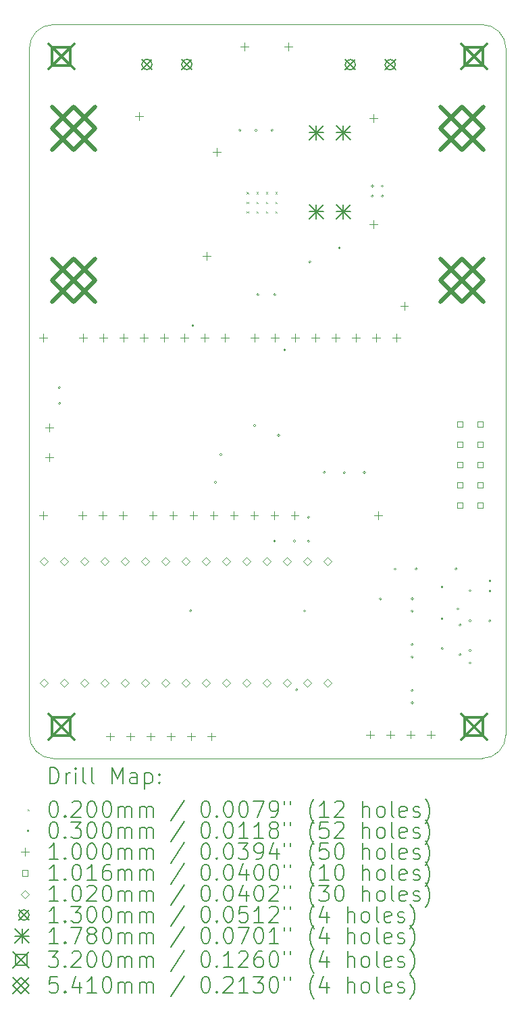
<source format=gbr>
%TF.GenerationSoftware,KiCad,Pcbnew,9.0.3*%
%TF.CreationDate,2025-08-25T22:35:28-05:00*%
%TF.ProjectId,TestBoard_TPS27SA08-Q1,54657374-426f-4617-9264-5f5450533237,rev?*%
%TF.SameCoordinates,Original*%
%TF.FileFunction,Drillmap*%
%TF.FilePolarity,Positive*%
%FSLAX45Y45*%
G04 Gerber Fmt 4.5, Leading zero omitted, Abs format (unit mm)*
G04 Created by KiCad (PCBNEW 9.0.3) date 2025-08-25 22:35:28*
%MOMM*%
%LPD*%
G01*
G04 APERTURE LIST*
%ADD10C,0.050000*%
%ADD11C,0.200000*%
%ADD12C,0.100000*%
%ADD13C,0.101600*%
%ADD14C,0.102000*%
%ADD15C,0.130000*%
%ADD16C,0.178000*%
%ADD17C,0.320000*%
%ADD18C,0.541000*%
G04 APERTURE END LIST*
D10*
X11325000Y-4575000D02*
X16700000Y-4575000D01*
X11025000Y-13475000D02*
X11025000Y-4875000D01*
X17000000Y-4875000D02*
X17000000Y-13475000D01*
X11025000Y-4875000D02*
G75*
G02*
X11325000Y-4575000I300000J0D01*
G01*
X16700000Y-4575000D02*
G75*
G02*
X17000000Y-4875000I0J-300000D01*
G01*
X11325000Y-13775000D02*
G75*
G02*
X11025000Y-13475000I0J300000D01*
G01*
X17000000Y-13475000D02*
G75*
G02*
X16700000Y-13775000I-300000J0D01*
G01*
X16700000Y-13775000D02*
X11325000Y-13775000D01*
D11*
D12*
X13751250Y-6675000D02*
X13771250Y-6695000D01*
X13771250Y-6675000D02*
X13751250Y-6695000D01*
X13751250Y-6795000D02*
X13771250Y-6815000D01*
X13771250Y-6795000D02*
X13751250Y-6815000D01*
X13751250Y-6915000D02*
X13771250Y-6935000D01*
X13771250Y-6915000D02*
X13751250Y-6935000D01*
X13871250Y-6675000D02*
X13891250Y-6695000D01*
X13891250Y-6675000D02*
X13871250Y-6695000D01*
X13871250Y-6795000D02*
X13891250Y-6815000D01*
X13891250Y-6795000D02*
X13871250Y-6815000D01*
X13871250Y-6915000D02*
X13891250Y-6935000D01*
X13891250Y-6915000D02*
X13871250Y-6935000D01*
X13991250Y-6675000D02*
X14011250Y-6695000D01*
X14011250Y-6675000D02*
X13991250Y-6695000D01*
X13991250Y-6795000D02*
X14011250Y-6815000D01*
X14011250Y-6795000D02*
X13991250Y-6815000D01*
X13991250Y-6915000D02*
X14011250Y-6935000D01*
X14011250Y-6915000D02*
X13991250Y-6935000D01*
X14111250Y-6675000D02*
X14131250Y-6695000D01*
X14131250Y-6675000D02*
X14111250Y-6695000D01*
X14111250Y-6795000D02*
X14131250Y-6815000D01*
X14131250Y-6795000D02*
X14111250Y-6815000D01*
X14111250Y-6915000D02*
X14131250Y-6935000D01*
X14131250Y-6915000D02*
X14111250Y-6935000D01*
X11415000Y-9125000D02*
G75*
G02*
X11385000Y-9125000I-15000J0D01*
G01*
X11385000Y-9125000D02*
G75*
G02*
X11415000Y-9125000I15000J0D01*
G01*
X11418750Y-9325000D02*
G75*
G02*
X11388750Y-9325000I-15000J0D01*
G01*
X11388750Y-9325000D02*
G75*
G02*
X11418750Y-9325000I15000J0D01*
G01*
X13063816Y-11923816D02*
G75*
G02*
X13033816Y-11923816I-15000J0D01*
G01*
X13033816Y-11923816D02*
G75*
G02*
X13063816Y-11923816I15000J0D01*
G01*
X13090000Y-8350000D02*
G75*
G02*
X13060000Y-8350000I-15000J0D01*
G01*
X13060000Y-8350000D02*
G75*
G02*
X13090000Y-8350000I15000J0D01*
G01*
X13373816Y-10314316D02*
G75*
G02*
X13343816Y-10314316I-15000J0D01*
G01*
X13343816Y-10314316D02*
G75*
G02*
X13373816Y-10314316I15000J0D01*
G01*
X13440000Y-9965000D02*
G75*
G02*
X13410000Y-9965000I-15000J0D01*
G01*
X13410000Y-9965000D02*
G75*
G02*
X13440000Y-9965000I15000J0D01*
G01*
X13681250Y-5900000D02*
G75*
G02*
X13651250Y-5900000I-15000J0D01*
G01*
X13651250Y-5900000D02*
G75*
G02*
X13681250Y-5900000I15000J0D01*
G01*
X13865000Y-9600000D02*
G75*
G02*
X13835000Y-9600000I-15000J0D01*
G01*
X13835000Y-9600000D02*
G75*
G02*
X13865000Y-9600000I15000J0D01*
G01*
X13881250Y-5900000D02*
G75*
G02*
X13851250Y-5900000I-15000J0D01*
G01*
X13851250Y-5900000D02*
G75*
G02*
X13881250Y-5900000I15000J0D01*
G01*
X13905000Y-7960000D02*
G75*
G02*
X13875000Y-7960000I-15000J0D01*
G01*
X13875000Y-7960000D02*
G75*
G02*
X13905000Y-7960000I15000J0D01*
G01*
X14081250Y-5900000D02*
G75*
G02*
X14051250Y-5900000I-15000J0D01*
G01*
X14051250Y-5900000D02*
G75*
G02*
X14081250Y-5900000I15000J0D01*
G01*
X14115000Y-11050000D02*
G75*
G02*
X14085000Y-11050000I-15000J0D01*
G01*
X14085000Y-11050000D02*
G75*
G02*
X14115000Y-11050000I15000J0D01*
G01*
X14116250Y-7961250D02*
G75*
G02*
X14086250Y-7961250I-15000J0D01*
G01*
X14086250Y-7961250D02*
G75*
G02*
X14116250Y-7961250I15000J0D01*
G01*
X14165000Y-9725000D02*
G75*
G02*
X14135000Y-9725000I-15000J0D01*
G01*
X14135000Y-9725000D02*
G75*
G02*
X14165000Y-9725000I15000J0D01*
G01*
X14241464Y-8651464D02*
G75*
G02*
X14211464Y-8651464I-15000J0D01*
G01*
X14211464Y-8651464D02*
G75*
G02*
X14241464Y-8651464I15000J0D01*
G01*
X14365000Y-11050000D02*
G75*
G02*
X14335000Y-11050000I-15000J0D01*
G01*
X14335000Y-11050000D02*
G75*
G02*
X14365000Y-11050000I15000J0D01*
G01*
X14390000Y-12913900D02*
G75*
G02*
X14360000Y-12913900I-15000J0D01*
G01*
X14360000Y-12913900D02*
G75*
G02*
X14390000Y-12913900I15000J0D01*
G01*
X14490100Y-11925000D02*
G75*
G02*
X14460100Y-11925000I-15000J0D01*
G01*
X14460100Y-11925000D02*
G75*
G02*
X14490100Y-11925000I15000J0D01*
G01*
X14540000Y-10750000D02*
G75*
G02*
X14510000Y-10750000I-15000J0D01*
G01*
X14510000Y-10750000D02*
G75*
G02*
X14540000Y-10750000I15000J0D01*
G01*
X14540000Y-11050000D02*
G75*
G02*
X14510000Y-11050000I-15000J0D01*
G01*
X14510000Y-11050000D02*
G75*
G02*
X14540000Y-11050000I15000J0D01*
G01*
X14556250Y-7550000D02*
G75*
G02*
X14526250Y-7550000I-15000J0D01*
G01*
X14526250Y-7550000D02*
G75*
G02*
X14556250Y-7550000I15000J0D01*
G01*
X14740000Y-10188000D02*
G75*
G02*
X14710000Y-10188000I-15000J0D01*
G01*
X14710000Y-10188000D02*
G75*
G02*
X14740000Y-10188000I15000J0D01*
G01*
X14926250Y-7375000D02*
G75*
G02*
X14896250Y-7375000I-15000J0D01*
G01*
X14896250Y-7375000D02*
G75*
G02*
X14926250Y-7375000I15000J0D01*
G01*
X14990000Y-10191250D02*
G75*
G02*
X14960000Y-10191250I-15000J0D01*
G01*
X14960000Y-10191250D02*
G75*
G02*
X14990000Y-10191250I15000J0D01*
G01*
X15240000Y-10191250D02*
G75*
G02*
X15210000Y-10191250I-15000J0D01*
G01*
X15210000Y-10191250D02*
G75*
G02*
X15240000Y-10191250I15000J0D01*
G01*
X15340000Y-6600000D02*
G75*
G02*
X15310000Y-6600000I-15000J0D01*
G01*
X15310000Y-6600000D02*
G75*
G02*
X15340000Y-6600000I15000J0D01*
G01*
X15340000Y-6725000D02*
G75*
G02*
X15310000Y-6725000I-15000J0D01*
G01*
X15310000Y-6725000D02*
G75*
G02*
X15340000Y-6725000I15000J0D01*
G01*
X15440000Y-11775000D02*
G75*
G02*
X15410000Y-11775000I-15000J0D01*
G01*
X15410000Y-11775000D02*
G75*
G02*
X15440000Y-11775000I15000J0D01*
G01*
X15465000Y-6600000D02*
G75*
G02*
X15435000Y-6600000I-15000J0D01*
G01*
X15435000Y-6600000D02*
G75*
G02*
X15465000Y-6600000I15000J0D01*
G01*
X15465000Y-6725000D02*
G75*
G02*
X15435000Y-6725000I-15000J0D01*
G01*
X15435000Y-6725000D02*
G75*
G02*
X15465000Y-6725000I15000J0D01*
G01*
X15625000Y-11400000D02*
G75*
G02*
X15595000Y-11400000I-15000J0D01*
G01*
X15595000Y-11400000D02*
G75*
G02*
X15625000Y-11400000I15000J0D01*
G01*
X15840000Y-11772500D02*
G75*
G02*
X15810000Y-11772500I-15000J0D01*
G01*
X15810000Y-11772500D02*
G75*
G02*
X15840000Y-11772500I15000J0D01*
G01*
X15840000Y-11927500D02*
G75*
G02*
X15810000Y-11927500I-15000J0D01*
G01*
X15810000Y-11927500D02*
G75*
G02*
X15840000Y-11927500I15000J0D01*
G01*
X15840000Y-12347500D02*
G75*
G02*
X15810000Y-12347500I-15000J0D01*
G01*
X15810000Y-12347500D02*
G75*
G02*
X15840000Y-12347500I15000J0D01*
G01*
X15840000Y-12502500D02*
G75*
G02*
X15810000Y-12502500I-15000J0D01*
G01*
X15810000Y-12502500D02*
G75*
G02*
X15840000Y-12502500I15000J0D01*
G01*
X15840000Y-12922500D02*
G75*
G02*
X15810000Y-12922500I-15000J0D01*
G01*
X15810000Y-12922500D02*
G75*
G02*
X15840000Y-12922500I15000J0D01*
G01*
X15840000Y-13077500D02*
G75*
G02*
X15810000Y-13077500I-15000J0D01*
G01*
X15810000Y-13077500D02*
G75*
G02*
X15840000Y-13077500I15000J0D01*
G01*
X15890000Y-11400000D02*
G75*
G02*
X15860000Y-11400000I-15000J0D01*
G01*
X15860000Y-11400000D02*
G75*
G02*
X15890000Y-11400000I15000J0D01*
G01*
X16215000Y-11625000D02*
G75*
G02*
X16185000Y-11625000I-15000J0D01*
G01*
X16185000Y-11625000D02*
G75*
G02*
X16215000Y-11625000I15000J0D01*
G01*
X16215000Y-12022500D02*
G75*
G02*
X16185000Y-12022500I-15000J0D01*
G01*
X16185000Y-12022500D02*
G75*
G02*
X16215000Y-12022500I15000J0D01*
G01*
X16215000Y-12397500D02*
G75*
G02*
X16185000Y-12397500I-15000J0D01*
G01*
X16185000Y-12397500D02*
G75*
G02*
X16215000Y-12397500I15000J0D01*
G01*
X16390000Y-11400000D02*
G75*
G02*
X16360000Y-11400000I-15000J0D01*
G01*
X16360000Y-11400000D02*
G75*
G02*
X16390000Y-11400000I15000J0D01*
G01*
X16415000Y-11900000D02*
G75*
G02*
X16385000Y-11900000I-15000J0D01*
G01*
X16385000Y-11900000D02*
G75*
G02*
X16415000Y-11900000I15000J0D01*
G01*
X16440000Y-12100000D02*
G75*
G02*
X16410000Y-12100000I-15000J0D01*
G01*
X16410000Y-12100000D02*
G75*
G02*
X16440000Y-12100000I15000J0D01*
G01*
X16440000Y-12475000D02*
G75*
G02*
X16410000Y-12475000I-15000J0D01*
G01*
X16410000Y-12475000D02*
G75*
G02*
X16440000Y-12475000I15000J0D01*
G01*
X16565000Y-11672500D02*
G75*
G02*
X16535000Y-11672500I-15000J0D01*
G01*
X16535000Y-11672500D02*
G75*
G02*
X16565000Y-11672500I15000J0D01*
G01*
X16565000Y-12047500D02*
G75*
G02*
X16535000Y-12047500I-15000J0D01*
G01*
X16535000Y-12047500D02*
G75*
G02*
X16565000Y-12047500I15000J0D01*
G01*
X16565000Y-12422500D02*
G75*
G02*
X16535000Y-12422500I-15000J0D01*
G01*
X16535000Y-12422500D02*
G75*
G02*
X16565000Y-12422500I15000J0D01*
G01*
X16565000Y-12577500D02*
G75*
G02*
X16535000Y-12577500I-15000J0D01*
G01*
X16535000Y-12577500D02*
G75*
G02*
X16565000Y-12577500I15000J0D01*
G01*
X16815000Y-11550000D02*
G75*
G02*
X16785000Y-11550000I-15000J0D01*
G01*
X16785000Y-11550000D02*
G75*
G02*
X16815000Y-11550000I15000J0D01*
G01*
X16815100Y-11675000D02*
G75*
G02*
X16785100Y-11675000I-15000J0D01*
G01*
X16785100Y-11675000D02*
G75*
G02*
X16815100Y-11675000I15000J0D01*
G01*
X16815100Y-12050000D02*
G75*
G02*
X16785100Y-12050000I-15000J0D01*
G01*
X16785100Y-12050000D02*
G75*
G02*
X16815100Y-12050000I15000J0D01*
G01*
X11200000Y-8450000D02*
X11200000Y-8550000D01*
X11150000Y-8500000D02*
X11250000Y-8500000D01*
X11200000Y-10675000D02*
X11200000Y-10775000D01*
X11150000Y-10725000D02*
X11250000Y-10725000D01*
X11275000Y-9575000D02*
X11275000Y-9675000D01*
X11225000Y-9625000D02*
X11325000Y-9625000D01*
X11275000Y-9950000D02*
X11275000Y-10050000D01*
X11225000Y-10000000D02*
X11325000Y-10000000D01*
X11692000Y-10675000D02*
X11692000Y-10775000D01*
X11642000Y-10725000D02*
X11742000Y-10725000D01*
X11696000Y-8450000D02*
X11696000Y-8550000D01*
X11646000Y-8500000D02*
X11746000Y-8500000D01*
X11946000Y-10675000D02*
X11946000Y-10775000D01*
X11896000Y-10725000D02*
X11996000Y-10725000D01*
X11950000Y-8450000D02*
X11950000Y-8550000D01*
X11900000Y-8500000D02*
X12000000Y-8500000D01*
X12038000Y-13450000D02*
X12038000Y-13550000D01*
X11988000Y-13500000D02*
X12088000Y-13500000D01*
X12200000Y-10675000D02*
X12200000Y-10775000D01*
X12150000Y-10725000D02*
X12250000Y-10725000D01*
X12204000Y-8450000D02*
X12204000Y-8550000D01*
X12154000Y-8500000D02*
X12254000Y-8500000D01*
X12292000Y-13450000D02*
X12292000Y-13550000D01*
X12242000Y-13500000D02*
X12342000Y-13500000D01*
X12400000Y-5675000D02*
X12400000Y-5775000D01*
X12350000Y-5725000D02*
X12450000Y-5725000D01*
X12458000Y-8450000D02*
X12458000Y-8550000D01*
X12408000Y-8500000D02*
X12508000Y-8500000D01*
X12546000Y-13450000D02*
X12546000Y-13550000D01*
X12496000Y-13500000D02*
X12596000Y-13500000D01*
X12575000Y-10675000D02*
X12575000Y-10775000D01*
X12525000Y-10725000D02*
X12625000Y-10725000D01*
X12712000Y-8450000D02*
X12712000Y-8550000D01*
X12662000Y-8500000D02*
X12762000Y-8500000D01*
X12800000Y-13450000D02*
X12800000Y-13550000D01*
X12750000Y-13500000D02*
X12850000Y-13500000D01*
X12829000Y-10675000D02*
X12829000Y-10775000D01*
X12779000Y-10725000D02*
X12879000Y-10725000D01*
X12966000Y-8450000D02*
X12966000Y-8550000D01*
X12916000Y-8500000D02*
X13016000Y-8500000D01*
X13054000Y-13450000D02*
X13054000Y-13550000D01*
X13004000Y-13500000D02*
X13104000Y-13500000D01*
X13083000Y-10675000D02*
X13083000Y-10775000D01*
X13033000Y-10725000D02*
X13133000Y-10725000D01*
X13220000Y-8450000D02*
X13220000Y-8550000D01*
X13170000Y-8500000D02*
X13270000Y-8500000D01*
X13250000Y-7425000D02*
X13250000Y-7525000D01*
X13200000Y-7475000D02*
X13300000Y-7475000D01*
X13308000Y-13450000D02*
X13308000Y-13550000D01*
X13258000Y-13500000D02*
X13358000Y-13500000D01*
X13337000Y-10675000D02*
X13337000Y-10775000D01*
X13287000Y-10725000D02*
X13387000Y-10725000D01*
X13375000Y-6125000D02*
X13375000Y-6225000D01*
X13325000Y-6175000D02*
X13425000Y-6175000D01*
X13474000Y-8450000D02*
X13474000Y-8550000D01*
X13424000Y-8500000D02*
X13524000Y-8500000D01*
X13591000Y-10675000D02*
X13591000Y-10775000D01*
X13541000Y-10725000D02*
X13641000Y-10725000D01*
X13725000Y-4800000D02*
X13725000Y-4900000D01*
X13675000Y-4850000D02*
X13775000Y-4850000D01*
X13845000Y-10675000D02*
X13845000Y-10775000D01*
X13795000Y-10725000D02*
X13895000Y-10725000D01*
X13850000Y-8450000D02*
X13850000Y-8550000D01*
X13800000Y-8500000D02*
X13900000Y-8500000D01*
X14099000Y-10675000D02*
X14099000Y-10775000D01*
X14049000Y-10725000D02*
X14149000Y-10725000D01*
X14104000Y-8450000D02*
X14104000Y-8550000D01*
X14054000Y-8500000D02*
X14154000Y-8500000D01*
X14275000Y-4800000D02*
X14275000Y-4900000D01*
X14225000Y-4850000D02*
X14325000Y-4850000D01*
X14353000Y-10675000D02*
X14353000Y-10775000D01*
X14303000Y-10725000D02*
X14403000Y-10725000D01*
X14358000Y-8450000D02*
X14358000Y-8550000D01*
X14308000Y-8500000D02*
X14408000Y-8500000D01*
X14612000Y-8450000D02*
X14612000Y-8550000D01*
X14562000Y-8500000D02*
X14662000Y-8500000D01*
X14866000Y-8450000D02*
X14866000Y-8550000D01*
X14816000Y-8500000D02*
X14916000Y-8500000D01*
X15120000Y-8450000D02*
X15120000Y-8550000D01*
X15070000Y-8500000D02*
X15170000Y-8500000D01*
X15294000Y-13425000D02*
X15294000Y-13525000D01*
X15244000Y-13475000D02*
X15344000Y-13475000D01*
X15341250Y-5700000D02*
X15341250Y-5800000D01*
X15291250Y-5750000D02*
X15391250Y-5750000D01*
X15341250Y-7025000D02*
X15341250Y-7125000D01*
X15291250Y-7075000D02*
X15391250Y-7075000D01*
X15374000Y-8450000D02*
X15374000Y-8550000D01*
X15324000Y-8500000D02*
X15424000Y-8500000D01*
X15400000Y-10675000D02*
X15400000Y-10775000D01*
X15350000Y-10725000D02*
X15450000Y-10725000D01*
X15548000Y-13425000D02*
X15548000Y-13525000D01*
X15498000Y-13475000D02*
X15598000Y-13475000D01*
X15628000Y-8450000D02*
X15628000Y-8550000D01*
X15578000Y-8500000D02*
X15678000Y-8500000D01*
X15725000Y-8050000D02*
X15725000Y-8150000D01*
X15675000Y-8100000D02*
X15775000Y-8100000D01*
X15802000Y-13425000D02*
X15802000Y-13525000D01*
X15752000Y-13475000D02*
X15852000Y-13475000D01*
X16056000Y-13425000D02*
X16056000Y-13525000D01*
X16006000Y-13475000D02*
X16106000Y-13475000D01*
D13*
X16460921Y-9619921D02*
X16460921Y-9548079D01*
X16389079Y-9548079D01*
X16389079Y-9619921D01*
X16460921Y-9619921D01*
X16460921Y-9873921D02*
X16460921Y-9802079D01*
X16389079Y-9802079D01*
X16389079Y-9873921D01*
X16460921Y-9873921D01*
X16460921Y-10127921D02*
X16460921Y-10056079D01*
X16389079Y-10056079D01*
X16389079Y-10127921D01*
X16460921Y-10127921D01*
X16460921Y-10381921D02*
X16460921Y-10310079D01*
X16389079Y-10310079D01*
X16389079Y-10381921D01*
X16460921Y-10381921D01*
X16460921Y-10635921D02*
X16460921Y-10564079D01*
X16389079Y-10564079D01*
X16389079Y-10635921D01*
X16460921Y-10635921D01*
X16714921Y-9619921D02*
X16714921Y-9548079D01*
X16643079Y-9548079D01*
X16643079Y-9619921D01*
X16714921Y-9619921D01*
X16714921Y-9873921D02*
X16714921Y-9802079D01*
X16643079Y-9802079D01*
X16643079Y-9873921D01*
X16714921Y-9873921D01*
X16714921Y-10127921D02*
X16714921Y-10056079D01*
X16643079Y-10056079D01*
X16643079Y-10127921D01*
X16714921Y-10127921D01*
X16714921Y-10381921D02*
X16714921Y-10310079D01*
X16643079Y-10310079D01*
X16643079Y-10381921D01*
X16714921Y-10381921D01*
X16714921Y-10635921D02*
X16714921Y-10564079D01*
X16643079Y-10564079D01*
X16643079Y-10635921D01*
X16714921Y-10635921D01*
D14*
X11209000Y-11351000D02*
X11260000Y-11300000D01*
X11209000Y-11249000D01*
X11158000Y-11300000D01*
X11209000Y-11351000D01*
X11209000Y-12875000D02*
X11260000Y-12824000D01*
X11209000Y-12773000D01*
X11158000Y-12824000D01*
X11209000Y-12875000D01*
X11463000Y-11351000D02*
X11514000Y-11300000D01*
X11463000Y-11249000D01*
X11412000Y-11300000D01*
X11463000Y-11351000D01*
X11463000Y-12875000D02*
X11514000Y-12824000D01*
X11463000Y-12773000D01*
X11412000Y-12824000D01*
X11463000Y-12875000D01*
X11717000Y-11351000D02*
X11768000Y-11300000D01*
X11717000Y-11249000D01*
X11666000Y-11300000D01*
X11717000Y-11351000D01*
X11717000Y-12875000D02*
X11768000Y-12824000D01*
X11717000Y-12773000D01*
X11666000Y-12824000D01*
X11717000Y-12875000D01*
X11971000Y-11351000D02*
X12022000Y-11300000D01*
X11971000Y-11249000D01*
X11920000Y-11300000D01*
X11971000Y-11351000D01*
X11971000Y-12875000D02*
X12022000Y-12824000D01*
X11971000Y-12773000D01*
X11920000Y-12824000D01*
X11971000Y-12875000D01*
X12225000Y-11351000D02*
X12276000Y-11300000D01*
X12225000Y-11249000D01*
X12174000Y-11300000D01*
X12225000Y-11351000D01*
X12225000Y-12875000D02*
X12276000Y-12824000D01*
X12225000Y-12773000D01*
X12174000Y-12824000D01*
X12225000Y-12875000D01*
X12479000Y-11351000D02*
X12530000Y-11300000D01*
X12479000Y-11249000D01*
X12428000Y-11300000D01*
X12479000Y-11351000D01*
X12479000Y-12875000D02*
X12530000Y-12824000D01*
X12479000Y-12773000D01*
X12428000Y-12824000D01*
X12479000Y-12875000D01*
X12733000Y-11351000D02*
X12784000Y-11300000D01*
X12733000Y-11249000D01*
X12682000Y-11300000D01*
X12733000Y-11351000D01*
X12733000Y-12875000D02*
X12784000Y-12824000D01*
X12733000Y-12773000D01*
X12682000Y-12824000D01*
X12733000Y-12875000D01*
X12987000Y-11351000D02*
X13038000Y-11300000D01*
X12987000Y-11249000D01*
X12936000Y-11300000D01*
X12987000Y-11351000D01*
X12987000Y-12875000D02*
X13038000Y-12824000D01*
X12987000Y-12773000D01*
X12936000Y-12824000D01*
X12987000Y-12875000D01*
X13241000Y-11351000D02*
X13292000Y-11300000D01*
X13241000Y-11249000D01*
X13190000Y-11300000D01*
X13241000Y-11351000D01*
X13241000Y-12875000D02*
X13292000Y-12824000D01*
X13241000Y-12773000D01*
X13190000Y-12824000D01*
X13241000Y-12875000D01*
X13495000Y-11351000D02*
X13546000Y-11300000D01*
X13495000Y-11249000D01*
X13444000Y-11300000D01*
X13495000Y-11351000D01*
X13495000Y-12875000D02*
X13546000Y-12824000D01*
X13495000Y-12773000D01*
X13444000Y-12824000D01*
X13495000Y-12875000D01*
X13749000Y-11351000D02*
X13800000Y-11300000D01*
X13749000Y-11249000D01*
X13698000Y-11300000D01*
X13749000Y-11351000D01*
X13749000Y-12875000D02*
X13800000Y-12824000D01*
X13749000Y-12773000D01*
X13698000Y-12824000D01*
X13749000Y-12875000D01*
X14003000Y-11351000D02*
X14054000Y-11300000D01*
X14003000Y-11249000D01*
X13952000Y-11300000D01*
X14003000Y-11351000D01*
X14003000Y-12875000D02*
X14054000Y-12824000D01*
X14003000Y-12773000D01*
X13952000Y-12824000D01*
X14003000Y-12875000D01*
X14257000Y-11351000D02*
X14308000Y-11300000D01*
X14257000Y-11249000D01*
X14206000Y-11300000D01*
X14257000Y-11351000D01*
X14257000Y-12875000D02*
X14308000Y-12824000D01*
X14257000Y-12773000D01*
X14206000Y-12824000D01*
X14257000Y-12875000D01*
X14511000Y-11351000D02*
X14562000Y-11300000D01*
X14511000Y-11249000D01*
X14460000Y-11300000D01*
X14511000Y-11351000D01*
X14511000Y-12875000D02*
X14562000Y-12824000D01*
X14511000Y-12773000D01*
X14460000Y-12824000D01*
X14511000Y-12875000D01*
X14765000Y-11351000D02*
X14816000Y-11300000D01*
X14765000Y-11249000D01*
X14714000Y-11300000D01*
X14765000Y-11351000D01*
X14765000Y-12875000D02*
X14816000Y-12824000D01*
X14765000Y-12773000D01*
X14714000Y-12824000D01*
X14765000Y-12875000D01*
D15*
X12435000Y-5010000D02*
X12565000Y-5140000D01*
X12565000Y-5010000D02*
X12435000Y-5140000D01*
X12565000Y-5075000D02*
G75*
G02*
X12435000Y-5075000I-65000J0D01*
G01*
X12435000Y-5075000D02*
G75*
G02*
X12565000Y-5075000I65000J0D01*
G01*
X12935000Y-5010000D02*
X13065000Y-5140000D01*
X13065000Y-5010000D02*
X12935000Y-5140000D01*
X13065000Y-5075000D02*
G75*
G02*
X12935000Y-5075000I-65000J0D01*
G01*
X12935000Y-5075000D02*
G75*
G02*
X13065000Y-5075000I65000J0D01*
G01*
X14985000Y-5013250D02*
X15115000Y-5143250D01*
X15115000Y-5013250D02*
X14985000Y-5143250D01*
X15115000Y-5078250D02*
G75*
G02*
X14985000Y-5078250I-65000J0D01*
G01*
X14985000Y-5078250D02*
G75*
G02*
X15115000Y-5078250I65000J0D01*
G01*
X15485000Y-5013250D02*
X15615000Y-5143250D01*
X15615000Y-5013250D02*
X15485000Y-5143250D01*
X15615000Y-5078250D02*
G75*
G02*
X15485000Y-5078250I-65000J0D01*
G01*
X15485000Y-5078250D02*
G75*
G02*
X15615000Y-5078250I65000J0D01*
G01*
D16*
X14532250Y-5840000D02*
X14710250Y-6018000D01*
X14710250Y-5840000D02*
X14532250Y-6018000D01*
X14621250Y-5840000D02*
X14621250Y-6018000D01*
X14532250Y-5929000D02*
X14710250Y-5929000D01*
X14532250Y-6832000D02*
X14710250Y-7010000D01*
X14710250Y-6832000D02*
X14532250Y-7010000D01*
X14621250Y-6832000D02*
X14621250Y-7010000D01*
X14532250Y-6921000D02*
X14710250Y-6921000D01*
X14872250Y-5840000D02*
X15050250Y-6018000D01*
X15050250Y-5840000D02*
X14872250Y-6018000D01*
X14961250Y-5840000D02*
X14961250Y-6018000D01*
X14872250Y-5929000D02*
X15050250Y-5929000D01*
X14872250Y-6832000D02*
X15050250Y-7010000D01*
X15050250Y-6832000D02*
X14872250Y-7010000D01*
X14961250Y-6832000D02*
X14961250Y-7010000D01*
X14872250Y-6921000D02*
X15050250Y-6921000D01*
D17*
X11265000Y-4815000D02*
X11585000Y-5135000D01*
X11585000Y-4815000D02*
X11265000Y-5135000D01*
X11538138Y-5088138D02*
X11538138Y-4861862D01*
X11311862Y-4861862D01*
X11311862Y-5088138D01*
X11538138Y-5088138D01*
X11265000Y-13215000D02*
X11585000Y-13535000D01*
X11585000Y-13215000D02*
X11265000Y-13535000D01*
X11538138Y-13488138D02*
X11538138Y-13261862D01*
X11311862Y-13261862D01*
X11311862Y-13488138D01*
X11538138Y-13488138D01*
X16440000Y-4815000D02*
X16760000Y-5135000D01*
X16760000Y-4815000D02*
X16440000Y-5135000D01*
X16713138Y-5088138D02*
X16713138Y-4861862D01*
X16486862Y-4861862D01*
X16486862Y-5088138D01*
X16713138Y-5088138D01*
X16440000Y-13215000D02*
X16760000Y-13535000D01*
X16760000Y-13215000D02*
X16440000Y-13535000D01*
X16713138Y-13488138D02*
X16713138Y-13261862D01*
X16486862Y-13261862D01*
X16486862Y-13488138D01*
X16713138Y-13488138D01*
D18*
X11309500Y-5604500D02*
X11850500Y-6145500D01*
X11850500Y-5604500D02*
X11309500Y-6145500D01*
X11580000Y-6145500D02*
X11850500Y-5875000D01*
X11580000Y-5604500D01*
X11309500Y-5875000D01*
X11580000Y-6145500D01*
X11309500Y-7509500D02*
X11850500Y-8050500D01*
X11850500Y-7509500D02*
X11309500Y-8050500D01*
X11580000Y-8050500D02*
X11850500Y-7780000D01*
X11580000Y-7509500D01*
X11309500Y-7780000D01*
X11580000Y-8050500D01*
X16179500Y-5604500D02*
X16720500Y-6145500D01*
X16720500Y-5604500D02*
X16179500Y-6145500D01*
X16450000Y-6145500D02*
X16720500Y-5875000D01*
X16450000Y-5604500D01*
X16179500Y-5875000D01*
X16450000Y-6145500D01*
X16179500Y-7509500D02*
X16720500Y-8050500D01*
X16720500Y-7509500D02*
X16179500Y-8050500D01*
X16450000Y-8050500D02*
X16720500Y-7780000D01*
X16450000Y-7509500D01*
X16179500Y-7780000D01*
X16450000Y-8050500D01*
D11*
X11283277Y-14088984D02*
X11283277Y-13888984D01*
X11283277Y-13888984D02*
X11330896Y-13888984D01*
X11330896Y-13888984D02*
X11359467Y-13898508D01*
X11359467Y-13898508D02*
X11378515Y-13917555D01*
X11378515Y-13917555D02*
X11388039Y-13936603D01*
X11388039Y-13936603D02*
X11397562Y-13974698D01*
X11397562Y-13974698D02*
X11397562Y-14003269D01*
X11397562Y-14003269D02*
X11388039Y-14041365D01*
X11388039Y-14041365D02*
X11378515Y-14060412D01*
X11378515Y-14060412D02*
X11359467Y-14079460D01*
X11359467Y-14079460D02*
X11330896Y-14088984D01*
X11330896Y-14088984D02*
X11283277Y-14088984D01*
X11483277Y-14088984D02*
X11483277Y-13955650D01*
X11483277Y-13993746D02*
X11492801Y-13974698D01*
X11492801Y-13974698D02*
X11502324Y-13965174D01*
X11502324Y-13965174D02*
X11521372Y-13955650D01*
X11521372Y-13955650D02*
X11540420Y-13955650D01*
X11607086Y-14088984D02*
X11607086Y-13955650D01*
X11607086Y-13888984D02*
X11597562Y-13898508D01*
X11597562Y-13898508D02*
X11607086Y-13908031D01*
X11607086Y-13908031D02*
X11616610Y-13898508D01*
X11616610Y-13898508D02*
X11607086Y-13888984D01*
X11607086Y-13888984D02*
X11607086Y-13908031D01*
X11730896Y-14088984D02*
X11711848Y-14079460D01*
X11711848Y-14079460D02*
X11702324Y-14060412D01*
X11702324Y-14060412D02*
X11702324Y-13888984D01*
X11835658Y-14088984D02*
X11816610Y-14079460D01*
X11816610Y-14079460D02*
X11807086Y-14060412D01*
X11807086Y-14060412D02*
X11807086Y-13888984D01*
X12064229Y-14088984D02*
X12064229Y-13888984D01*
X12064229Y-13888984D02*
X12130896Y-14031841D01*
X12130896Y-14031841D02*
X12197562Y-13888984D01*
X12197562Y-13888984D02*
X12197562Y-14088984D01*
X12378515Y-14088984D02*
X12378515Y-13984222D01*
X12378515Y-13984222D02*
X12368991Y-13965174D01*
X12368991Y-13965174D02*
X12349943Y-13955650D01*
X12349943Y-13955650D02*
X12311848Y-13955650D01*
X12311848Y-13955650D02*
X12292801Y-13965174D01*
X12378515Y-14079460D02*
X12359467Y-14088984D01*
X12359467Y-14088984D02*
X12311848Y-14088984D01*
X12311848Y-14088984D02*
X12292801Y-14079460D01*
X12292801Y-14079460D02*
X12283277Y-14060412D01*
X12283277Y-14060412D02*
X12283277Y-14041365D01*
X12283277Y-14041365D02*
X12292801Y-14022317D01*
X12292801Y-14022317D02*
X12311848Y-14012793D01*
X12311848Y-14012793D02*
X12359467Y-14012793D01*
X12359467Y-14012793D02*
X12378515Y-14003269D01*
X12473753Y-13955650D02*
X12473753Y-14155650D01*
X12473753Y-13965174D02*
X12492801Y-13955650D01*
X12492801Y-13955650D02*
X12530896Y-13955650D01*
X12530896Y-13955650D02*
X12549943Y-13965174D01*
X12549943Y-13965174D02*
X12559467Y-13974698D01*
X12559467Y-13974698D02*
X12568991Y-13993746D01*
X12568991Y-13993746D02*
X12568991Y-14050888D01*
X12568991Y-14050888D02*
X12559467Y-14069936D01*
X12559467Y-14069936D02*
X12549943Y-14079460D01*
X12549943Y-14079460D02*
X12530896Y-14088984D01*
X12530896Y-14088984D02*
X12492801Y-14088984D01*
X12492801Y-14088984D02*
X12473753Y-14079460D01*
X12654705Y-14069936D02*
X12664229Y-14079460D01*
X12664229Y-14079460D02*
X12654705Y-14088984D01*
X12654705Y-14088984D02*
X12645182Y-14079460D01*
X12645182Y-14079460D02*
X12654705Y-14069936D01*
X12654705Y-14069936D02*
X12654705Y-14088984D01*
X12654705Y-13965174D02*
X12664229Y-13974698D01*
X12664229Y-13974698D02*
X12654705Y-13984222D01*
X12654705Y-13984222D02*
X12645182Y-13974698D01*
X12645182Y-13974698D02*
X12654705Y-13965174D01*
X12654705Y-13965174D02*
X12654705Y-13984222D01*
D12*
X11002500Y-14407500D02*
X11022500Y-14427500D01*
X11022500Y-14407500D02*
X11002500Y-14427500D01*
D11*
X11321372Y-14308984D02*
X11340420Y-14308984D01*
X11340420Y-14308984D02*
X11359467Y-14318508D01*
X11359467Y-14318508D02*
X11368991Y-14328031D01*
X11368991Y-14328031D02*
X11378515Y-14347079D01*
X11378515Y-14347079D02*
X11388039Y-14385174D01*
X11388039Y-14385174D02*
X11388039Y-14432793D01*
X11388039Y-14432793D02*
X11378515Y-14470888D01*
X11378515Y-14470888D02*
X11368991Y-14489936D01*
X11368991Y-14489936D02*
X11359467Y-14499460D01*
X11359467Y-14499460D02*
X11340420Y-14508984D01*
X11340420Y-14508984D02*
X11321372Y-14508984D01*
X11321372Y-14508984D02*
X11302324Y-14499460D01*
X11302324Y-14499460D02*
X11292801Y-14489936D01*
X11292801Y-14489936D02*
X11283277Y-14470888D01*
X11283277Y-14470888D02*
X11273753Y-14432793D01*
X11273753Y-14432793D02*
X11273753Y-14385174D01*
X11273753Y-14385174D02*
X11283277Y-14347079D01*
X11283277Y-14347079D02*
X11292801Y-14328031D01*
X11292801Y-14328031D02*
X11302324Y-14318508D01*
X11302324Y-14318508D02*
X11321372Y-14308984D01*
X11473753Y-14489936D02*
X11483277Y-14499460D01*
X11483277Y-14499460D02*
X11473753Y-14508984D01*
X11473753Y-14508984D02*
X11464229Y-14499460D01*
X11464229Y-14499460D02*
X11473753Y-14489936D01*
X11473753Y-14489936D02*
X11473753Y-14508984D01*
X11559467Y-14328031D02*
X11568991Y-14318508D01*
X11568991Y-14318508D02*
X11588039Y-14308984D01*
X11588039Y-14308984D02*
X11635658Y-14308984D01*
X11635658Y-14308984D02*
X11654705Y-14318508D01*
X11654705Y-14318508D02*
X11664229Y-14328031D01*
X11664229Y-14328031D02*
X11673753Y-14347079D01*
X11673753Y-14347079D02*
X11673753Y-14366127D01*
X11673753Y-14366127D02*
X11664229Y-14394698D01*
X11664229Y-14394698D02*
X11549943Y-14508984D01*
X11549943Y-14508984D02*
X11673753Y-14508984D01*
X11797562Y-14308984D02*
X11816610Y-14308984D01*
X11816610Y-14308984D02*
X11835658Y-14318508D01*
X11835658Y-14318508D02*
X11845182Y-14328031D01*
X11845182Y-14328031D02*
X11854705Y-14347079D01*
X11854705Y-14347079D02*
X11864229Y-14385174D01*
X11864229Y-14385174D02*
X11864229Y-14432793D01*
X11864229Y-14432793D02*
X11854705Y-14470888D01*
X11854705Y-14470888D02*
X11845182Y-14489936D01*
X11845182Y-14489936D02*
X11835658Y-14499460D01*
X11835658Y-14499460D02*
X11816610Y-14508984D01*
X11816610Y-14508984D02*
X11797562Y-14508984D01*
X11797562Y-14508984D02*
X11778515Y-14499460D01*
X11778515Y-14499460D02*
X11768991Y-14489936D01*
X11768991Y-14489936D02*
X11759467Y-14470888D01*
X11759467Y-14470888D02*
X11749943Y-14432793D01*
X11749943Y-14432793D02*
X11749943Y-14385174D01*
X11749943Y-14385174D02*
X11759467Y-14347079D01*
X11759467Y-14347079D02*
X11768991Y-14328031D01*
X11768991Y-14328031D02*
X11778515Y-14318508D01*
X11778515Y-14318508D02*
X11797562Y-14308984D01*
X11988039Y-14308984D02*
X12007086Y-14308984D01*
X12007086Y-14308984D02*
X12026134Y-14318508D01*
X12026134Y-14318508D02*
X12035658Y-14328031D01*
X12035658Y-14328031D02*
X12045182Y-14347079D01*
X12045182Y-14347079D02*
X12054705Y-14385174D01*
X12054705Y-14385174D02*
X12054705Y-14432793D01*
X12054705Y-14432793D02*
X12045182Y-14470888D01*
X12045182Y-14470888D02*
X12035658Y-14489936D01*
X12035658Y-14489936D02*
X12026134Y-14499460D01*
X12026134Y-14499460D02*
X12007086Y-14508984D01*
X12007086Y-14508984D02*
X11988039Y-14508984D01*
X11988039Y-14508984D02*
X11968991Y-14499460D01*
X11968991Y-14499460D02*
X11959467Y-14489936D01*
X11959467Y-14489936D02*
X11949943Y-14470888D01*
X11949943Y-14470888D02*
X11940420Y-14432793D01*
X11940420Y-14432793D02*
X11940420Y-14385174D01*
X11940420Y-14385174D02*
X11949943Y-14347079D01*
X11949943Y-14347079D02*
X11959467Y-14328031D01*
X11959467Y-14328031D02*
X11968991Y-14318508D01*
X11968991Y-14318508D02*
X11988039Y-14308984D01*
X12140420Y-14508984D02*
X12140420Y-14375650D01*
X12140420Y-14394698D02*
X12149943Y-14385174D01*
X12149943Y-14385174D02*
X12168991Y-14375650D01*
X12168991Y-14375650D02*
X12197563Y-14375650D01*
X12197563Y-14375650D02*
X12216610Y-14385174D01*
X12216610Y-14385174D02*
X12226134Y-14404222D01*
X12226134Y-14404222D02*
X12226134Y-14508984D01*
X12226134Y-14404222D02*
X12235658Y-14385174D01*
X12235658Y-14385174D02*
X12254705Y-14375650D01*
X12254705Y-14375650D02*
X12283277Y-14375650D01*
X12283277Y-14375650D02*
X12302324Y-14385174D01*
X12302324Y-14385174D02*
X12311848Y-14404222D01*
X12311848Y-14404222D02*
X12311848Y-14508984D01*
X12407086Y-14508984D02*
X12407086Y-14375650D01*
X12407086Y-14394698D02*
X12416610Y-14385174D01*
X12416610Y-14385174D02*
X12435658Y-14375650D01*
X12435658Y-14375650D02*
X12464229Y-14375650D01*
X12464229Y-14375650D02*
X12483277Y-14385174D01*
X12483277Y-14385174D02*
X12492801Y-14404222D01*
X12492801Y-14404222D02*
X12492801Y-14508984D01*
X12492801Y-14404222D02*
X12502324Y-14385174D01*
X12502324Y-14385174D02*
X12521372Y-14375650D01*
X12521372Y-14375650D02*
X12549943Y-14375650D01*
X12549943Y-14375650D02*
X12568991Y-14385174D01*
X12568991Y-14385174D02*
X12578515Y-14404222D01*
X12578515Y-14404222D02*
X12578515Y-14508984D01*
X12968991Y-14299460D02*
X12797563Y-14556603D01*
X13226134Y-14308984D02*
X13245182Y-14308984D01*
X13245182Y-14308984D02*
X13264229Y-14318508D01*
X13264229Y-14318508D02*
X13273753Y-14328031D01*
X13273753Y-14328031D02*
X13283277Y-14347079D01*
X13283277Y-14347079D02*
X13292801Y-14385174D01*
X13292801Y-14385174D02*
X13292801Y-14432793D01*
X13292801Y-14432793D02*
X13283277Y-14470888D01*
X13283277Y-14470888D02*
X13273753Y-14489936D01*
X13273753Y-14489936D02*
X13264229Y-14499460D01*
X13264229Y-14499460D02*
X13245182Y-14508984D01*
X13245182Y-14508984D02*
X13226134Y-14508984D01*
X13226134Y-14508984D02*
X13207086Y-14499460D01*
X13207086Y-14499460D02*
X13197563Y-14489936D01*
X13197563Y-14489936D02*
X13188039Y-14470888D01*
X13188039Y-14470888D02*
X13178515Y-14432793D01*
X13178515Y-14432793D02*
X13178515Y-14385174D01*
X13178515Y-14385174D02*
X13188039Y-14347079D01*
X13188039Y-14347079D02*
X13197563Y-14328031D01*
X13197563Y-14328031D02*
X13207086Y-14318508D01*
X13207086Y-14318508D02*
X13226134Y-14308984D01*
X13378515Y-14489936D02*
X13388039Y-14499460D01*
X13388039Y-14499460D02*
X13378515Y-14508984D01*
X13378515Y-14508984D02*
X13368991Y-14499460D01*
X13368991Y-14499460D02*
X13378515Y-14489936D01*
X13378515Y-14489936D02*
X13378515Y-14508984D01*
X13511848Y-14308984D02*
X13530896Y-14308984D01*
X13530896Y-14308984D02*
X13549944Y-14318508D01*
X13549944Y-14318508D02*
X13559467Y-14328031D01*
X13559467Y-14328031D02*
X13568991Y-14347079D01*
X13568991Y-14347079D02*
X13578515Y-14385174D01*
X13578515Y-14385174D02*
X13578515Y-14432793D01*
X13578515Y-14432793D02*
X13568991Y-14470888D01*
X13568991Y-14470888D02*
X13559467Y-14489936D01*
X13559467Y-14489936D02*
X13549944Y-14499460D01*
X13549944Y-14499460D02*
X13530896Y-14508984D01*
X13530896Y-14508984D02*
X13511848Y-14508984D01*
X13511848Y-14508984D02*
X13492801Y-14499460D01*
X13492801Y-14499460D02*
X13483277Y-14489936D01*
X13483277Y-14489936D02*
X13473753Y-14470888D01*
X13473753Y-14470888D02*
X13464229Y-14432793D01*
X13464229Y-14432793D02*
X13464229Y-14385174D01*
X13464229Y-14385174D02*
X13473753Y-14347079D01*
X13473753Y-14347079D02*
X13483277Y-14328031D01*
X13483277Y-14328031D02*
X13492801Y-14318508D01*
X13492801Y-14318508D02*
X13511848Y-14308984D01*
X13702325Y-14308984D02*
X13721372Y-14308984D01*
X13721372Y-14308984D02*
X13740420Y-14318508D01*
X13740420Y-14318508D02*
X13749944Y-14328031D01*
X13749944Y-14328031D02*
X13759467Y-14347079D01*
X13759467Y-14347079D02*
X13768991Y-14385174D01*
X13768991Y-14385174D02*
X13768991Y-14432793D01*
X13768991Y-14432793D02*
X13759467Y-14470888D01*
X13759467Y-14470888D02*
X13749944Y-14489936D01*
X13749944Y-14489936D02*
X13740420Y-14499460D01*
X13740420Y-14499460D02*
X13721372Y-14508984D01*
X13721372Y-14508984D02*
X13702325Y-14508984D01*
X13702325Y-14508984D02*
X13683277Y-14499460D01*
X13683277Y-14499460D02*
X13673753Y-14489936D01*
X13673753Y-14489936D02*
X13664229Y-14470888D01*
X13664229Y-14470888D02*
X13654706Y-14432793D01*
X13654706Y-14432793D02*
X13654706Y-14385174D01*
X13654706Y-14385174D02*
X13664229Y-14347079D01*
X13664229Y-14347079D02*
X13673753Y-14328031D01*
X13673753Y-14328031D02*
X13683277Y-14318508D01*
X13683277Y-14318508D02*
X13702325Y-14308984D01*
X13835658Y-14308984D02*
X13968991Y-14308984D01*
X13968991Y-14308984D02*
X13883277Y-14508984D01*
X14054706Y-14508984D02*
X14092801Y-14508984D01*
X14092801Y-14508984D02*
X14111848Y-14499460D01*
X14111848Y-14499460D02*
X14121372Y-14489936D01*
X14121372Y-14489936D02*
X14140420Y-14461365D01*
X14140420Y-14461365D02*
X14149944Y-14423269D01*
X14149944Y-14423269D02*
X14149944Y-14347079D01*
X14149944Y-14347079D02*
X14140420Y-14328031D01*
X14140420Y-14328031D02*
X14130896Y-14318508D01*
X14130896Y-14318508D02*
X14111848Y-14308984D01*
X14111848Y-14308984D02*
X14073753Y-14308984D01*
X14073753Y-14308984D02*
X14054706Y-14318508D01*
X14054706Y-14318508D02*
X14045182Y-14328031D01*
X14045182Y-14328031D02*
X14035658Y-14347079D01*
X14035658Y-14347079D02*
X14035658Y-14394698D01*
X14035658Y-14394698D02*
X14045182Y-14413746D01*
X14045182Y-14413746D02*
X14054706Y-14423269D01*
X14054706Y-14423269D02*
X14073753Y-14432793D01*
X14073753Y-14432793D02*
X14111848Y-14432793D01*
X14111848Y-14432793D02*
X14130896Y-14423269D01*
X14130896Y-14423269D02*
X14140420Y-14413746D01*
X14140420Y-14413746D02*
X14149944Y-14394698D01*
X14226134Y-14308984D02*
X14226134Y-14347079D01*
X14302325Y-14308984D02*
X14302325Y-14347079D01*
X14597563Y-14585174D02*
X14588039Y-14575650D01*
X14588039Y-14575650D02*
X14568991Y-14547079D01*
X14568991Y-14547079D02*
X14559468Y-14528031D01*
X14559468Y-14528031D02*
X14549944Y-14499460D01*
X14549944Y-14499460D02*
X14540420Y-14451841D01*
X14540420Y-14451841D02*
X14540420Y-14413746D01*
X14540420Y-14413746D02*
X14549944Y-14366127D01*
X14549944Y-14366127D02*
X14559468Y-14337555D01*
X14559468Y-14337555D02*
X14568991Y-14318508D01*
X14568991Y-14318508D02*
X14588039Y-14289936D01*
X14588039Y-14289936D02*
X14597563Y-14280412D01*
X14778515Y-14508984D02*
X14664229Y-14508984D01*
X14721372Y-14508984D02*
X14721372Y-14308984D01*
X14721372Y-14308984D02*
X14702325Y-14337555D01*
X14702325Y-14337555D02*
X14683277Y-14356603D01*
X14683277Y-14356603D02*
X14664229Y-14366127D01*
X14854706Y-14328031D02*
X14864229Y-14318508D01*
X14864229Y-14318508D02*
X14883277Y-14308984D01*
X14883277Y-14308984D02*
X14930896Y-14308984D01*
X14930896Y-14308984D02*
X14949944Y-14318508D01*
X14949944Y-14318508D02*
X14959468Y-14328031D01*
X14959468Y-14328031D02*
X14968991Y-14347079D01*
X14968991Y-14347079D02*
X14968991Y-14366127D01*
X14968991Y-14366127D02*
X14959468Y-14394698D01*
X14959468Y-14394698D02*
X14845182Y-14508984D01*
X14845182Y-14508984D02*
X14968991Y-14508984D01*
X15207087Y-14508984D02*
X15207087Y-14308984D01*
X15292801Y-14508984D02*
X15292801Y-14404222D01*
X15292801Y-14404222D02*
X15283277Y-14385174D01*
X15283277Y-14385174D02*
X15264230Y-14375650D01*
X15264230Y-14375650D02*
X15235658Y-14375650D01*
X15235658Y-14375650D02*
X15216610Y-14385174D01*
X15216610Y-14385174D02*
X15207087Y-14394698D01*
X15416610Y-14508984D02*
X15397563Y-14499460D01*
X15397563Y-14499460D02*
X15388039Y-14489936D01*
X15388039Y-14489936D02*
X15378515Y-14470888D01*
X15378515Y-14470888D02*
X15378515Y-14413746D01*
X15378515Y-14413746D02*
X15388039Y-14394698D01*
X15388039Y-14394698D02*
X15397563Y-14385174D01*
X15397563Y-14385174D02*
X15416610Y-14375650D01*
X15416610Y-14375650D02*
X15445182Y-14375650D01*
X15445182Y-14375650D02*
X15464230Y-14385174D01*
X15464230Y-14385174D02*
X15473753Y-14394698D01*
X15473753Y-14394698D02*
X15483277Y-14413746D01*
X15483277Y-14413746D02*
X15483277Y-14470888D01*
X15483277Y-14470888D02*
X15473753Y-14489936D01*
X15473753Y-14489936D02*
X15464230Y-14499460D01*
X15464230Y-14499460D02*
X15445182Y-14508984D01*
X15445182Y-14508984D02*
X15416610Y-14508984D01*
X15597563Y-14508984D02*
X15578515Y-14499460D01*
X15578515Y-14499460D02*
X15568991Y-14480412D01*
X15568991Y-14480412D02*
X15568991Y-14308984D01*
X15749944Y-14499460D02*
X15730896Y-14508984D01*
X15730896Y-14508984D02*
X15692801Y-14508984D01*
X15692801Y-14508984D02*
X15673753Y-14499460D01*
X15673753Y-14499460D02*
X15664230Y-14480412D01*
X15664230Y-14480412D02*
X15664230Y-14404222D01*
X15664230Y-14404222D02*
X15673753Y-14385174D01*
X15673753Y-14385174D02*
X15692801Y-14375650D01*
X15692801Y-14375650D02*
X15730896Y-14375650D01*
X15730896Y-14375650D02*
X15749944Y-14385174D01*
X15749944Y-14385174D02*
X15759468Y-14404222D01*
X15759468Y-14404222D02*
X15759468Y-14423269D01*
X15759468Y-14423269D02*
X15664230Y-14442317D01*
X15835658Y-14499460D02*
X15854706Y-14508984D01*
X15854706Y-14508984D02*
X15892801Y-14508984D01*
X15892801Y-14508984D02*
X15911849Y-14499460D01*
X15911849Y-14499460D02*
X15921372Y-14480412D01*
X15921372Y-14480412D02*
X15921372Y-14470888D01*
X15921372Y-14470888D02*
X15911849Y-14451841D01*
X15911849Y-14451841D02*
X15892801Y-14442317D01*
X15892801Y-14442317D02*
X15864230Y-14442317D01*
X15864230Y-14442317D02*
X15845182Y-14432793D01*
X15845182Y-14432793D02*
X15835658Y-14413746D01*
X15835658Y-14413746D02*
X15835658Y-14404222D01*
X15835658Y-14404222D02*
X15845182Y-14385174D01*
X15845182Y-14385174D02*
X15864230Y-14375650D01*
X15864230Y-14375650D02*
X15892801Y-14375650D01*
X15892801Y-14375650D02*
X15911849Y-14385174D01*
X15988039Y-14585174D02*
X15997563Y-14575650D01*
X15997563Y-14575650D02*
X16016611Y-14547079D01*
X16016611Y-14547079D02*
X16026134Y-14528031D01*
X16026134Y-14528031D02*
X16035658Y-14499460D01*
X16035658Y-14499460D02*
X16045182Y-14451841D01*
X16045182Y-14451841D02*
X16045182Y-14413746D01*
X16045182Y-14413746D02*
X16035658Y-14366127D01*
X16035658Y-14366127D02*
X16026134Y-14337555D01*
X16026134Y-14337555D02*
X16016611Y-14318508D01*
X16016611Y-14318508D02*
X15997563Y-14289936D01*
X15997563Y-14289936D02*
X15988039Y-14280412D01*
D12*
X11022500Y-14681500D02*
G75*
G02*
X10992500Y-14681500I-15000J0D01*
G01*
X10992500Y-14681500D02*
G75*
G02*
X11022500Y-14681500I15000J0D01*
G01*
D11*
X11321372Y-14572984D02*
X11340420Y-14572984D01*
X11340420Y-14572984D02*
X11359467Y-14582508D01*
X11359467Y-14582508D02*
X11368991Y-14592031D01*
X11368991Y-14592031D02*
X11378515Y-14611079D01*
X11378515Y-14611079D02*
X11388039Y-14649174D01*
X11388039Y-14649174D02*
X11388039Y-14696793D01*
X11388039Y-14696793D02*
X11378515Y-14734888D01*
X11378515Y-14734888D02*
X11368991Y-14753936D01*
X11368991Y-14753936D02*
X11359467Y-14763460D01*
X11359467Y-14763460D02*
X11340420Y-14772984D01*
X11340420Y-14772984D02*
X11321372Y-14772984D01*
X11321372Y-14772984D02*
X11302324Y-14763460D01*
X11302324Y-14763460D02*
X11292801Y-14753936D01*
X11292801Y-14753936D02*
X11283277Y-14734888D01*
X11283277Y-14734888D02*
X11273753Y-14696793D01*
X11273753Y-14696793D02*
X11273753Y-14649174D01*
X11273753Y-14649174D02*
X11283277Y-14611079D01*
X11283277Y-14611079D02*
X11292801Y-14592031D01*
X11292801Y-14592031D02*
X11302324Y-14582508D01*
X11302324Y-14582508D02*
X11321372Y-14572984D01*
X11473753Y-14753936D02*
X11483277Y-14763460D01*
X11483277Y-14763460D02*
X11473753Y-14772984D01*
X11473753Y-14772984D02*
X11464229Y-14763460D01*
X11464229Y-14763460D02*
X11473753Y-14753936D01*
X11473753Y-14753936D02*
X11473753Y-14772984D01*
X11549943Y-14572984D02*
X11673753Y-14572984D01*
X11673753Y-14572984D02*
X11607086Y-14649174D01*
X11607086Y-14649174D02*
X11635658Y-14649174D01*
X11635658Y-14649174D02*
X11654705Y-14658698D01*
X11654705Y-14658698D02*
X11664229Y-14668222D01*
X11664229Y-14668222D02*
X11673753Y-14687269D01*
X11673753Y-14687269D02*
X11673753Y-14734888D01*
X11673753Y-14734888D02*
X11664229Y-14753936D01*
X11664229Y-14753936D02*
X11654705Y-14763460D01*
X11654705Y-14763460D02*
X11635658Y-14772984D01*
X11635658Y-14772984D02*
X11578515Y-14772984D01*
X11578515Y-14772984D02*
X11559467Y-14763460D01*
X11559467Y-14763460D02*
X11549943Y-14753936D01*
X11797562Y-14572984D02*
X11816610Y-14572984D01*
X11816610Y-14572984D02*
X11835658Y-14582508D01*
X11835658Y-14582508D02*
X11845182Y-14592031D01*
X11845182Y-14592031D02*
X11854705Y-14611079D01*
X11854705Y-14611079D02*
X11864229Y-14649174D01*
X11864229Y-14649174D02*
X11864229Y-14696793D01*
X11864229Y-14696793D02*
X11854705Y-14734888D01*
X11854705Y-14734888D02*
X11845182Y-14753936D01*
X11845182Y-14753936D02*
X11835658Y-14763460D01*
X11835658Y-14763460D02*
X11816610Y-14772984D01*
X11816610Y-14772984D02*
X11797562Y-14772984D01*
X11797562Y-14772984D02*
X11778515Y-14763460D01*
X11778515Y-14763460D02*
X11768991Y-14753936D01*
X11768991Y-14753936D02*
X11759467Y-14734888D01*
X11759467Y-14734888D02*
X11749943Y-14696793D01*
X11749943Y-14696793D02*
X11749943Y-14649174D01*
X11749943Y-14649174D02*
X11759467Y-14611079D01*
X11759467Y-14611079D02*
X11768991Y-14592031D01*
X11768991Y-14592031D02*
X11778515Y-14582508D01*
X11778515Y-14582508D02*
X11797562Y-14572984D01*
X11988039Y-14572984D02*
X12007086Y-14572984D01*
X12007086Y-14572984D02*
X12026134Y-14582508D01*
X12026134Y-14582508D02*
X12035658Y-14592031D01*
X12035658Y-14592031D02*
X12045182Y-14611079D01*
X12045182Y-14611079D02*
X12054705Y-14649174D01*
X12054705Y-14649174D02*
X12054705Y-14696793D01*
X12054705Y-14696793D02*
X12045182Y-14734888D01*
X12045182Y-14734888D02*
X12035658Y-14753936D01*
X12035658Y-14753936D02*
X12026134Y-14763460D01*
X12026134Y-14763460D02*
X12007086Y-14772984D01*
X12007086Y-14772984D02*
X11988039Y-14772984D01*
X11988039Y-14772984D02*
X11968991Y-14763460D01*
X11968991Y-14763460D02*
X11959467Y-14753936D01*
X11959467Y-14753936D02*
X11949943Y-14734888D01*
X11949943Y-14734888D02*
X11940420Y-14696793D01*
X11940420Y-14696793D02*
X11940420Y-14649174D01*
X11940420Y-14649174D02*
X11949943Y-14611079D01*
X11949943Y-14611079D02*
X11959467Y-14592031D01*
X11959467Y-14592031D02*
X11968991Y-14582508D01*
X11968991Y-14582508D02*
X11988039Y-14572984D01*
X12140420Y-14772984D02*
X12140420Y-14639650D01*
X12140420Y-14658698D02*
X12149943Y-14649174D01*
X12149943Y-14649174D02*
X12168991Y-14639650D01*
X12168991Y-14639650D02*
X12197563Y-14639650D01*
X12197563Y-14639650D02*
X12216610Y-14649174D01*
X12216610Y-14649174D02*
X12226134Y-14668222D01*
X12226134Y-14668222D02*
X12226134Y-14772984D01*
X12226134Y-14668222D02*
X12235658Y-14649174D01*
X12235658Y-14649174D02*
X12254705Y-14639650D01*
X12254705Y-14639650D02*
X12283277Y-14639650D01*
X12283277Y-14639650D02*
X12302324Y-14649174D01*
X12302324Y-14649174D02*
X12311848Y-14668222D01*
X12311848Y-14668222D02*
X12311848Y-14772984D01*
X12407086Y-14772984D02*
X12407086Y-14639650D01*
X12407086Y-14658698D02*
X12416610Y-14649174D01*
X12416610Y-14649174D02*
X12435658Y-14639650D01*
X12435658Y-14639650D02*
X12464229Y-14639650D01*
X12464229Y-14639650D02*
X12483277Y-14649174D01*
X12483277Y-14649174D02*
X12492801Y-14668222D01*
X12492801Y-14668222D02*
X12492801Y-14772984D01*
X12492801Y-14668222D02*
X12502324Y-14649174D01*
X12502324Y-14649174D02*
X12521372Y-14639650D01*
X12521372Y-14639650D02*
X12549943Y-14639650D01*
X12549943Y-14639650D02*
X12568991Y-14649174D01*
X12568991Y-14649174D02*
X12578515Y-14668222D01*
X12578515Y-14668222D02*
X12578515Y-14772984D01*
X12968991Y-14563460D02*
X12797563Y-14820603D01*
X13226134Y-14572984D02*
X13245182Y-14572984D01*
X13245182Y-14572984D02*
X13264229Y-14582508D01*
X13264229Y-14582508D02*
X13273753Y-14592031D01*
X13273753Y-14592031D02*
X13283277Y-14611079D01*
X13283277Y-14611079D02*
X13292801Y-14649174D01*
X13292801Y-14649174D02*
X13292801Y-14696793D01*
X13292801Y-14696793D02*
X13283277Y-14734888D01*
X13283277Y-14734888D02*
X13273753Y-14753936D01*
X13273753Y-14753936D02*
X13264229Y-14763460D01*
X13264229Y-14763460D02*
X13245182Y-14772984D01*
X13245182Y-14772984D02*
X13226134Y-14772984D01*
X13226134Y-14772984D02*
X13207086Y-14763460D01*
X13207086Y-14763460D02*
X13197563Y-14753936D01*
X13197563Y-14753936D02*
X13188039Y-14734888D01*
X13188039Y-14734888D02*
X13178515Y-14696793D01*
X13178515Y-14696793D02*
X13178515Y-14649174D01*
X13178515Y-14649174D02*
X13188039Y-14611079D01*
X13188039Y-14611079D02*
X13197563Y-14592031D01*
X13197563Y-14592031D02*
X13207086Y-14582508D01*
X13207086Y-14582508D02*
X13226134Y-14572984D01*
X13378515Y-14753936D02*
X13388039Y-14763460D01*
X13388039Y-14763460D02*
X13378515Y-14772984D01*
X13378515Y-14772984D02*
X13368991Y-14763460D01*
X13368991Y-14763460D02*
X13378515Y-14753936D01*
X13378515Y-14753936D02*
X13378515Y-14772984D01*
X13511848Y-14572984D02*
X13530896Y-14572984D01*
X13530896Y-14572984D02*
X13549944Y-14582508D01*
X13549944Y-14582508D02*
X13559467Y-14592031D01*
X13559467Y-14592031D02*
X13568991Y-14611079D01*
X13568991Y-14611079D02*
X13578515Y-14649174D01*
X13578515Y-14649174D02*
X13578515Y-14696793D01*
X13578515Y-14696793D02*
X13568991Y-14734888D01*
X13568991Y-14734888D02*
X13559467Y-14753936D01*
X13559467Y-14753936D02*
X13549944Y-14763460D01*
X13549944Y-14763460D02*
X13530896Y-14772984D01*
X13530896Y-14772984D02*
X13511848Y-14772984D01*
X13511848Y-14772984D02*
X13492801Y-14763460D01*
X13492801Y-14763460D02*
X13483277Y-14753936D01*
X13483277Y-14753936D02*
X13473753Y-14734888D01*
X13473753Y-14734888D02*
X13464229Y-14696793D01*
X13464229Y-14696793D02*
X13464229Y-14649174D01*
X13464229Y-14649174D02*
X13473753Y-14611079D01*
X13473753Y-14611079D02*
X13483277Y-14592031D01*
X13483277Y-14592031D02*
X13492801Y-14582508D01*
X13492801Y-14582508D02*
X13511848Y-14572984D01*
X13768991Y-14772984D02*
X13654706Y-14772984D01*
X13711848Y-14772984D02*
X13711848Y-14572984D01*
X13711848Y-14572984D02*
X13692801Y-14601555D01*
X13692801Y-14601555D02*
X13673753Y-14620603D01*
X13673753Y-14620603D02*
X13654706Y-14630127D01*
X13959467Y-14772984D02*
X13845182Y-14772984D01*
X13902325Y-14772984D02*
X13902325Y-14572984D01*
X13902325Y-14572984D02*
X13883277Y-14601555D01*
X13883277Y-14601555D02*
X13864229Y-14620603D01*
X13864229Y-14620603D02*
X13845182Y-14630127D01*
X14073753Y-14658698D02*
X14054706Y-14649174D01*
X14054706Y-14649174D02*
X14045182Y-14639650D01*
X14045182Y-14639650D02*
X14035658Y-14620603D01*
X14035658Y-14620603D02*
X14035658Y-14611079D01*
X14035658Y-14611079D02*
X14045182Y-14592031D01*
X14045182Y-14592031D02*
X14054706Y-14582508D01*
X14054706Y-14582508D02*
X14073753Y-14572984D01*
X14073753Y-14572984D02*
X14111848Y-14572984D01*
X14111848Y-14572984D02*
X14130896Y-14582508D01*
X14130896Y-14582508D02*
X14140420Y-14592031D01*
X14140420Y-14592031D02*
X14149944Y-14611079D01*
X14149944Y-14611079D02*
X14149944Y-14620603D01*
X14149944Y-14620603D02*
X14140420Y-14639650D01*
X14140420Y-14639650D02*
X14130896Y-14649174D01*
X14130896Y-14649174D02*
X14111848Y-14658698D01*
X14111848Y-14658698D02*
X14073753Y-14658698D01*
X14073753Y-14658698D02*
X14054706Y-14668222D01*
X14054706Y-14668222D02*
X14045182Y-14677746D01*
X14045182Y-14677746D02*
X14035658Y-14696793D01*
X14035658Y-14696793D02*
X14035658Y-14734888D01*
X14035658Y-14734888D02*
X14045182Y-14753936D01*
X14045182Y-14753936D02*
X14054706Y-14763460D01*
X14054706Y-14763460D02*
X14073753Y-14772984D01*
X14073753Y-14772984D02*
X14111848Y-14772984D01*
X14111848Y-14772984D02*
X14130896Y-14763460D01*
X14130896Y-14763460D02*
X14140420Y-14753936D01*
X14140420Y-14753936D02*
X14149944Y-14734888D01*
X14149944Y-14734888D02*
X14149944Y-14696793D01*
X14149944Y-14696793D02*
X14140420Y-14677746D01*
X14140420Y-14677746D02*
X14130896Y-14668222D01*
X14130896Y-14668222D02*
X14111848Y-14658698D01*
X14226134Y-14572984D02*
X14226134Y-14611079D01*
X14302325Y-14572984D02*
X14302325Y-14611079D01*
X14597563Y-14849174D02*
X14588039Y-14839650D01*
X14588039Y-14839650D02*
X14568991Y-14811079D01*
X14568991Y-14811079D02*
X14559468Y-14792031D01*
X14559468Y-14792031D02*
X14549944Y-14763460D01*
X14549944Y-14763460D02*
X14540420Y-14715841D01*
X14540420Y-14715841D02*
X14540420Y-14677746D01*
X14540420Y-14677746D02*
X14549944Y-14630127D01*
X14549944Y-14630127D02*
X14559468Y-14601555D01*
X14559468Y-14601555D02*
X14568991Y-14582508D01*
X14568991Y-14582508D02*
X14588039Y-14553936D01*
X14588039Y-14553936D02*
X14597563Y-14544412D01*
X14768991Y-14572984D02*
X14673753Y-14572984D01*
X14673753Y-14572984D02*
X14664229Y-14668222D01*
X14664229Y-14668222D02*
X14673753Y-14658698D01*
X14673753Y-14658698D02*
X14692801Y-14649174D01*
X14692801Y-14649174D02*
X14740420Y-14649174D01*
X14740420Y-14649174D02*
X14759468Y-14658698D01*
X14759468Y-14658698D02*
X14768991Y-14668222D01*
X14768991Y-14668222D02*
X14778515Y-14687269D01*
X14778515Y-14687269D02*
X14778515Y-14734888D01*
X14778515Y-14734888D02*
X14768991Y-14753936D01*
X14768991Y-14753936D02*
X14759468Y-14763460D01*
X14759468Y-14763460D02*
X14740420Y-14772984D01*
X14740420Y-14772984D02*
X14692801Y-14772984D01*
X14692801Y-14772984D02*
X14673753Y-14763460D01*
X14673753Y-14763460D02*
X14664229Y-14753936D01*
X14854706Y-14592031D02*
X14864229Y-14582508D01*
X14864229Y-14582508D02*
X14883277Y-14572984D01*
X14883277Y-14572984D02*
X14930896Y-14572984D01*
X14930896Y-14572984D02*
X14949944Y-14582508D01*
X14949944Y-14582508D02*
X14959468Y-14592031D01*
X14959468Y-14592031D02*
X14968991Y-14611079D01*
X14968991Y-14611079D02*
X14968991Y-14630127D01*
X14968991Y-14630127D02*
X14959468Y-14658698D01*
X14959468Y-14658698D02*
X14845182Y-14772984D01*
X14845182Y-14772984D02*
X14968991Y-14772984D01*
X15207087Y-14772984D02*
X15207087Y-14572984D01*
X15292801Y-14772984D02*
X15292801Y-14668222D01*
X15292801Y-14668222D02*
X15283277Y-14649174D01*
X15283277Y-14649174D02*
X15264230Y-14639650D01*
X15264230Y-14639650D02*
X15235658Y-14639650D01*
X15235658Y-14639650D02*
X15216610Y-14649174D01*
X15216610Y-14649174D02*
X15207087Y-14658698D01*
X15416610Y-14772984D02*
X15397563Y-14763460D01*
X15397563Y-14763460D02*
X15388039Y-14753936D01*
X15388039Y-14753936D02*
X15378515Y-14734888D01*
X15378515Y-14734888D02*
X15378515Y-14677746D01*
X15378515Y-14677746D02*
X15388039Y-14658698D01*
X15388039Y-14658698D02*
X15397563Y-14649174D01*
X15397563Y-14649174D02*
X15416610Y-14639650D01*
X15416610Y-14639650D02*
X15445182Y-14639650D01*
X15445182Y-14639650D02*
X15464230Y-14649174D01*
X15464230Y-14649174D02*
X15473753Y-14658698D01*
X15473753Y-14658698D02*
X15483277Y-14677746D01*
X15483277Y-14677746D02*
X15483277Y-14734888D01*
X15483277Y-14734888D02*
X15473753Y-14753936D01*
X15473753Y-14753936D02*
X15464230Y-14763460D01*
X15464230Y-14763460D02*
X15445182Y-14772984D01*
X15445182Y-14772984D02*
X15416610Y-14772984D01*
X15597563Y-14772984D02*
X15578515Y-14763460D01*
X15578515Y-14763460D02*
X15568991Y-14744412D01*
X15568991Y-14744412D02*
X15568991Y-14572984D01*
X15749944Y-14763460D02*
X15730896Y-14772984D01*
X15730896Y-14772984D02*
X15692801Y-14772984D01*
X15692801Y-14772984D02*
X15673753Y-14763460D01*
X15673753Y-14763460D02*
X15664230Y-14744412D01*
X15664230Y-14744412D02*
X15664230Y-14668222D01*
X15664230Y-14668222D02*
X15673753Y-14649174D01*
X15673753Y-14649174D02*
X15692801Y-14639650D01*
X15692801Y-14639650D02*
X15730896Y-14639650D01*
X15730896Y-14639650D02*
X15749944Y-14649174D01*
X15749944Y-14649174D02*
X15759468Y-14668222D01*
X15759468Y-14668222D02*
X15759468Y-14687269D01*
X15759468Y-14687269D02*
X15664230Y-14706317D01*
X15835658Y-14763460D02*
X15854706Y-14772984D01*
X15854706Y-14772984D02*
X15892801Y-14772984D01*
X15892801Y-14772984D02*
X15911849Y-14763460D01*
X15911849Y-14763460D02*
X15921372Y-14744412D01*
X15921372Y-14744412D02*
X15921372Y-14734888D01*
X15921372Y-14734888D02*
X15911849Y-14715841D01*
X15911849Y-14715841D02*
X15892801Y-14706317D01*
X15892801Y-14706317D02*
X15864230Y-14706317D01*
X15864230Y-14706317D02*
X15845182Y-14696793D01*
X15845182Y-14696793D02*
X15835658Y-14677746D01*
X15835658Y-14677746D02*
X15835658Y-14668222D01*
X15835658Y-14668222D02*
X15845182Y-14649174D01*
X15845182Y-14649174D02*
X15864230Y-14639650D01*
X15864230Y-14639650D02*
X15892801Y-14639650D01*
X15892801Y-14639650D02*
X15911849Y-14649174D01*
X15988039Y-14849174D02*
X15997563Y-14839650D01*
X15997563Y-14839650D02*
X16016611Y-14811079D01*
X16016611Y-14811079D02*
X16026134Y-14792031D01*
X16026134Y-14792031D02*
X16035658Y-14763460D01*
X16035658Y-14763460D02*
X16045182Y-14715841D01*
X16045182Y-14715841D02*
X16045182Y-14677746D01*
X16045182Y-14677746D02*
X16035658Y-14630127D01*
X16035658Y-14630127D02*
X16026134Y-14601555D01*
X16026134Y-14601555D02*
X16016611Y-14582508D01*
X16016611Y-14582508D02*
X15997563Y-14553936D01*
X15997563Y-14553936D02*
X15988039Y-14544412D01*
D12*
X10972500Y-14895500D02*
X10972500Y-14995500D01*
X10922500Y-14945500D02*
X11022500Y-14945500D01*
D11*
X11388039Y-15036984D02*
X11273753Y-15036984D01*
X11330896Y-15036984D02*
X11330896Y-14836984D01*
X11330896Y-14836984D02*
X11311848Y-14865555D01*
X11311848Y-14865555D02*
X11292801Y-14884603D01*
X11292801Y-14884603D02*
X11273753Y-14894127D01*
X11473753Y-15017936D02*
X11483277Y-15027460D01*
X11483277Y-15027460D02*
X11473753Y-15036984D01*
X11473753Y-15036984D02*
X11464229Y-15027460D01*
X11464229Y-15027460D02*
X11473753Y-15017936D01*
X11473753Y-15017936D02*
X11473753Y-15036984D01*
X11607086Y-14836984D02*
X11626134Y-14836984D01*
X11626134Y-14836984D02*
X11645182Y-14846508D01*
X11645182Y-14846508D02*
X11654705Y-14856031D01*
X11654705Y-14856031D02*
X11664229Y-14875079D01*
X11664229Y-14875079D02*
X11673753Y-14913174D01*
X11673753Y-14913174D02*
X11673753Y-14960793D01*
X11673753Y-14960793D02*
X11664229Y-14998888D01*
X11664229Y-14998888D02*
X11654705Y-15017936D01*
X11654705Y-15017936D02*
X11645182Y-15027460D01*
X11645182Y-15027460D02*
X11626134Y-15036984D01*
X11626134Y-15036984D02*
X11607086Y-15036984D01*
X11607086Y-15036984D02*
X11588039Y-15027460D01*
X11588039Y-15027460D02*
X11578515Y-15017936D01*
X11578515Y-15017936D02*
X11568991Y-14998888D01*
X11568991Y-14998888D02*
X11559467Y-14960793D01*
X11559467Y-14960793D02*
X11559467Y-14913174D01*
X11559467Y-14913174D02*
X11568991Y-14875079D01*
X11568991Y-14875079D02*
X11578515Y-14856031D01*
X11578515Y-14856031D02*
X11588039Y-14846508D01*
X11588039Y-14846508D02*
X11607086Y-14836984D01*
X11797562Y-14836984D02*
X11816610Y-14836984D01*
X11816610Y-14836984D02*
X11835658Y-14846508D01*
X11835658Y-14846508D02*
X11845182Y-14856031D01*
X11845182Y-14856031D02*
X11854705Y-14875079D01*
X11854705Y-14875079D02*
X11864229Y-14913174D01*
X11864229Y-14913174D02*
X11864229Y-14960793D01*
X11864229Y-14960793D02*
X11854705Y-14998888D01*
X11854705Y-14998888D02*
X11845182Y-15017936D01*
X11845182Y-15017936D02*
X11835658Y-15027460D01*
X11835658Y-15027460D02*
X11816610Y-15036984D01*
X11816610Y-15036984D02*
X11797562Y-15036984D01*
X11797562Y-15036984D02*
X11778515Y-15027460D01*
X11778515Y-15027460D02*
X11768991Y-15017936D01*
X11768991Y-15017936D02*
X11759467Y-14998888D01*
X11759467Y-14998888D02*
X11749943Y-14960793D01*
X11749943Y-14960793D02*
X11749943Y-14913174D01*
X11749943Y-14913174D02*
X11759467Y-14875079D01*
X11759467Y-14875079D02*
X11768991Y-14856031D01*
X11768991Y-14856031D02*
X11778515Y-14846508D01*
X11778515Y-14846508D02*
X11797562Y-14836984D01*
X11988039Y-14836984D02*
X12007086Y-14836984D01*
X12007086Y-14836984D02*
X12026134Y-14846508D01*
X12026134Y-14846508D02*
X12035658Y-14856031D01*
X12035658Y-14856031D02*
X12045182Y-14875079D01*
X12045182Y-14875079D02*
X12054705Y-14913174D01*
X12054705Y-14913174D02*
X12054705Y-14960793D01*
X12054705Y-14960793D02*
X12045182Y-14998888D01*
X12045182Y-14998888D02*
X12035658Y-15017936D01*
X12035658Y-15017936D02*
X12026134Y-15027460D01*
X12026134Y-15027460D02*
X12007086Y-15036984D01*
X12007086Y-15036984D02*
X11988039Y-15036984D01*
X11988039Y-15036984D02*
X11968991Y-15027460D01*
X11968991Y-15027460D02*
X11959467Y-15017936D01*
X11959467Y-15017936D02*
X11949943Y-14998888D01*
X11949943Y-14998888D02*
X11940420Y-14960793D01*
X11940420Y-14960793D02*
X11940420Y-14913174D01*
X11940420Y-14913174D02*
X11949943Y-14875079D01*
X11949943Y-14875079D02*
X11959467Y-14856031D01*
X11959467Y-14856031D02*
X11968991Y-14846508D01*
X11968991Y-14846508D02*
X11988039Y-14836984D01*
X12140420Y-15036984D02*
X12140420Y-14903650D01*
X12140420Y-14922698D02*
X12149943Y-14913174D01*
X12149943Y-14913174D02*
X12168991Y-14903650D01*
X12168991Y-14903650D02*
X12197563Y-14903650D01*
X12197563Y-14903650D02*
X12216610Y-14913174D01*
X12216610Y-14913174D02*
X12226134Y-14932222D01*
X12226134Y-14932222D02*
X12226134Y-15036984D01*
X12226134Y-14932222D02*
X12235658Y-14913174D01*
X12235658Y-14913174D02*
X12254705Y-14903650D01*
X12254705Y-14903650D02*
X12283277Y-14903650D01*
X12283277Y-14903650D02*
X12302324Y-14913174D01*
X12302324Y-14913174D02*
X12311848Y-14932222D01*
X12311848Y-14932222D02*
X12311848Y-15036984D01*
X12407086Y-15036984D02*
X12407086Y-14903650D01*
X12407086Y-14922698D02*
X12416610Y-14913174D01*
X12416610Y-14913174D02*
X12435658Y-14903650D01*
X12435658Y-14903650D02*
X12464229Y-14903650D01*
X12464229Y-14903650D02*
X12483277Y-14913174D01*
X12483277Y-14913174D02*
X12492801Y-14932222D01*
X12492801Y-14932222D02*
X12492801Y-15036984D01*
X12492801Y-14932222D02*
X12502324Y-14913174D01*
X12502324Y-14913174D02*
X12521372Y-14903650D01*
X12521372Y-14903650D02*
X12549943Y-14903650D01*
X12549943Y-14903650D02*
X12568991Y-14913174D01*
X12568991Y-14913174D02*
X12578515Y-14932222D01*
X12578515Y-14932222D02*
X12578515Y-15036984D01*
X12968991Y-14827460D02*
X12797563Y-15084603D01*
X13226134Y-14836984D02*
X13245182Y-14836984D01*
X13245182Y-14836984D02*
X13264229Y-14846508D01*
X13264229Y-14846508D02*
X13273753Y-14856031D01*
X13273753Y-14856031D02*
X13283277Y-14875079D01*
X13283277Y-14875079D02*
X13292801Y-14913174D01*
X13292801Y-14913174D02*
X13292801Y-14960793D01*
X13292801Y-14960793D02*
X13283277Y-14998888D01*
X13283277Y-14998888D02*
X13273753Y-15017936D01*
X13273753Y-15017936D02*
X13264229Y-15027460D01*
X13264229Y-15027460D02*
X13245182Y-15036984D01*
X13245182Y-15036984D02*
X13226134Y-15036984D01*
X13226134Y-15036984D02*
X13207086Y-15027460D01*
X13207086Y-15027460D02*
X13197563Y-15017936D01*
X13197563Y-15017936D02*
X13188039Y-14998888D01*
X13188039Y-14998888D02*
X13178515Y-14960793D01*
X13178515Y-14960793D02*
X13178515Y-14913174D01*
X13178515Y-14913174D02*
X13188039Y-14875079D01*
X13188039Y-14875079D02*
X13197563Y-14856031D01*
X13197563Y-14856031D02*
X13207086Y-14846508D01*
X13207086Y-14846508D02*
X13226134Y-14836984D01*
X13378515Y-15017936D02*
X13388039Y-15027460D01*
X13388039Y-15027460D02*
X13378515Y-15036984D01*
X13378515Y-15036984D02*
X13368991Y-15027460D01*
X13368991Y-15027460D02*
X13378515Y-15017936D01*
X13378515Y-15017936D02*
X13378515Y-15036984D01*
X13511848Y-14836984D02*
X13530896Y-14836984D01*
X13530896Y-14836984D02*
X13549944Y-14846508D01*
X13549944Y-14846508D02*
X13559467Y-14856031D01*
X13559467Y-14856031D02*
X13568991Y-14875079D01*
X13568991Y-14875079D02*
X13578515Y-14913174D01*
X13578515Y-14913174D02*
X13578515Y-14960793D01*
X13578515Y-14960793D02*
X13568991Y-14998888D01*
X13568991Y-14998888D02*
X13559467Y-15017936D01*
X13559467Y-15017936D02*
X13549944Y-15027460D01*
X13549944Y-15027460D02*
X13530896Y-15036984D01*
X13530896Y-15036984D02*
X13511848Y-15036984D01*
X13511848Y-15036984D02*
X13492801Y-15027460D01*
X13492801Y-15027460D02*
X13483277Y-15017936D01*
X13483277Y-15017936D02*
X13473753Y-14998888D01*
X13473753Y-14998888D02*
X13464229Y-14960793D01*
X13464229Y-14960793D02*
X13464229Y-14913174D01*
X13464229Y-14913174D02*
X13473753Y-14875079D01*
X13473753Y-14875079D02*
X13483277Y-14856031D01*
X13483277Y-14856031D02*
X13492801Y-14846508D01*
X13492801Y-14846508D02*
X13511848Y-14836984D01*
X13645182Y-14836984D02*
X13768991Y-14836984D01*
X13768991Y-14836984D02*
X13702325Y-14913174D01*
X13702325Y-14913174D02*
X13730896Y-14913174D01*
X13730896Y-14913174D02*
X13749944Y-14922698D01*
X13749944Y-14922698D02*
X13759467Y-14932222D01*
X13759467Y-14932222D02*
X13768991Y-14951269D01*
X13768991Y-14951269D02*
X13768991Y-14998888D01*
X13768991Y-14998888D02*
X13759467Y-15017936D01*
X13759467Y-15017936D02*
X13749944Y-15027460D01*
X13749944Y-15027460D02*
X13730896Y-15036984D01*
X13730896Y-15036984D02*
X13673753Y-15036984D01*
X13673753Y-15036984D02*
X13654706Y-15027460D01*
X13654706Y-15027460D02*
X13645182Y-15017936D01*
X13864229Y-15036984D02*
X13902325Y-15036984D01*
X13902325Y-15036984D02*
X13921372Y-15027460D01*
X13921372Y-15027460D02*
X13930896Y-15017936D01*
X13930896Y-15017936D02*
X13949944Y-14989365D01*
X13949944Y-14989365D02*
X13959467Y-14951269D01*
X13959467Y-14951269D02*
X13959467Y-14875079D01*
X13959467Y-14875079D02*
X13949944Y-14856031D01*
X13949944Y-14856031D02*
X13940420Y-14846508D01*
X13940420Y-14846508D02*
X13921372Y-14836984D01*
X13921372Y-14836984D02*
X13883277Y-14836984D01*
X13883277Y-14836984D02*
X13864229Y-14846508D01*
X13864229Y-14846508D02*
X13854706Y-14856031D01*
X13854706Y-14856031D02*
X13845182Y-14875079D01*
X13845182Y-14875079D02*
X13845182Y-14922698D01*
X13845182Y-14922698D02*
X13854706Y-14941746D01*
X13854706Y-14941746D02*
X13864229Y-14951269D01*
X13864229Y-14951269D02*
X13883277Y-14960793D01*
X13883277Y-14960793D02*
X13921372Y-14960793D01*
X13921372Y-14960793D02*
X13940420Y-14951269D01*
X13940420Y-14951269D02*
X13949944Y-14941746D01*
X13949944Y-14941746D02*
X13959467Y-14922698D01*
X14130896Y-14903650D02*
X14130896Y-15036984D01*
X14083277Y-14827460D02*
X14035658Y-14970317D01*
X14035658Y-14970317D02*
X14159467Y-14970317D01*
X14226134Y-14836984D02*
X14226134Y-14875079D01*
X14302325Y-14836984D02*
X14302325Y-14875079D01*
X14597563Y-15113174D02*
X14588039Y-15103650D01*
X14588039Y-15103650D02*
X14568991Y-15075079D01*
X14568991Y-15075079D02*
X14559468Y-15056031D01*
X14559468Y-15056031D02*
X14549944Y-15027460D01*
X14549944Y-15027460D02*
X14540420Y-14979841D01*
X14540420Y-14979841D02*
X14540420Y-14941746D01*
X14540420Y-14941746D02*
X14549944Y-14894127D01*
X14549944Y-14894127D02*
X14559468Y-14865555D01*
X14559468Y-14865555D02*
X14568991Y-14846508D01*
X14568991Y-14846508D02*
X14588039Y-14817936D01*
X14588039Y-14817936D02*
X14597563Y-14808412D01*
X14768991Y-14836984D02*
X14673753Y-14836984D01*
X14673753Y-14836984D02*
X14664229Y-14932222D01*
X14664229Y-14932222D02*
X14673753Y-14922698D01*
X14673753Y-14922698D02*
X14692801Y-14913174D01*
X14692801Y-14913174D02*
X14740420Y-14913174D01*
X14740420Y-14913174D02*
X14759468Y-14922698D01*
X14759468Y-14922698D02*
X14768991Y-14932222D01*
X14768991Y-14932222D02*
X14778515Y-14951269D01*
X14778515Y-14951269D02*
X14778515Y-14998888D01*
X14778515Y-14998888D02*
X14768991Y-15017936D01*
X14768991Y-15017936D02*
X14759468Y-15027460D01*
X14759468Y-15027460D02*
X14740420Y-15036984D01*
X14740420Y-15036984D02*
X14692801Y-15036984D01*
X14692801Y-15036984D02*
X14673753Y-15027460D01*
X14673753Y-15027460D02*
X14664229Y-15017936D01*
X14902325Y-14836984D02*
X14921372Y-14836984D01*
X14921372Y-14836984D02*
X14940420Y-14846508D01*
X14940420Y-14846508D02*
X14949944Y-14856031D01*
X14949944Y-14856031D02*
X14959468Y-14875079D01*
X14959468Y-14875079D02*
X14968991Y-14913174D01*
X14968991Y-14913174D02*
X14968991Y-14960793D01*
X14968991Y-14960793D02*
X14959468Y-14998888D01*
X14959468Y-14998888D02*
X14949944Y-15017936D01*
X14949944Y-15017936D02*
X14940420Y-15027460D01*
X14940420Y-15027460D02*
X14921372Y-15036984D01*
X14921372Y-15036984D02*
X14902325Y-15036984D01*
X14902325Y-15036984D02*
X14883277Y-15027460D01*
X14883277Y-15027460D02*
X14873753Y-15017936D01*
X14873753Y-15017936D02*
X14864229Y-14998888D01*
X14864229Y-14998888D02*
X14854706Y-14960793D01*
X14854706Y-14960793D02*
X14854706Y-14913174D01*
X14854706Y-14913174D02*
X14864229Y-14875079D01*
X14864229Y-14875079D02*
X14873753Y-14856031D01*
X14873753Y-14856031D02*
X14883277Y-14846508D01*
X14883277Y-14846508D02*
X14902325Y-14836984D01*
X15207087Y-15036984D02*
X15207087Y-14836984D01*
X15292801Y-15036984D02*
X15292801Y-14932222D01*
X15292801Y-14932222D02*
X15283277Y-14913174D01*
X15283277Y-14913174D02*
X15264230Y-14903650D01*
X15264230Y-14903650D02*
X15235658Y-14903650D01*
X15235658Y-14903650D02*
X15216610Y-14913174D01*
X15216610Y-14913174D02*
X15207087Y-14922698D01*
X15416610Y-15036984D02*
X15397563Y-15027460D01*
X15397563Y-15027460D02*
X15388039Y-15017936D01*
X15388039Y-15017936D02*
X15378515Y-14998888D01*
X15378515Y-14998888D02*
X15378515Y-14941746D01*
X15378515Y-14941746D02*
X15388039Y-14922698D01*
X15388039Y-14922698D02*
X15397563Y-14913174D01*
X15397563Y-14913174D02*
X15416610Y-14903650D01*
X15416610Y-14903650D02*
X15445182Y-14903650D01*
X15445182Y-14903650D02*
X15464230Y-14913174D01*
X15464230Y-14913174D02*
X15473753Y-14922698D01*
X15473753Y-14922698D02*
X15483277Y-14941746D01*
X15483277Y-14941746D02*
X15483277Y-14998888D01*
X15483277Y-14998888D02*
X15473753Y-15017936D01*
X15473753Y-15017936D02*
X15464230Y-15027460D01*
X15464230Y-15027460D02*
X15445182Y-15036984D01*
X15445182Y-15036984D02*
X15416610Y-15036984D01*
X15597563Y-15036984D02*
X15578515Y-15027460D01*
X15578515Y-15027460D02*
X15568991Y-15008412D01*
X15568991Y-15008412D02*
X15568991Y-14836984D01*
X15749944Y-15027460D02*
X15730896Y-15036984D01*
X15730896Y-15036984D02*
X15692801Y-15036984D01*
X15692801Y-15036984D02*
X15673753Y-15027460D01*
X15673753Y-15027460D02*
X15664230Y-15008412D01*
X15664230Y-15008412D02*
X15664230Y-14932222D01*
X15664230Y-14932222D02*
X15673753Y-14913174D01*
X15673753Y-14913174D02*
X15692801Y-14903650D01*
X15692801Y-14903650D02*
X15730896Y-14903650D01*
X15730896Y-14903650D02*
X15749944Y-14913174D01*
X15749944Y-14913174D02*
X15759468Y-14932222D01*
X15759468Y-14932222D02*
X15759468Y-14951269D01*
X15759468Y-14951269D02*
X15664230Y-14970317D01*
X15835658Y-15027460D02*
X15854706Y-15036984D01*
X15854706Y-15036984D02*
X15892801Y-15036984D01*
X15892801Y-15036984D02*
X15911849Y-15027460D01*
X15911849Y-15027460D02*
X15921372Y-15008412D01*
X15921372Y-15008412D02*
X15921372Y-14998888D01*
X15921372Y-14998888D02*
X15911849Y-14979841D01*
X15911849Y-14979841D02*
X15892801Y-14970317D01*
X15892801Y-14970317D02*
X15864230Y-14970317D01*
X15864230Y-14970317D02*
X15845182Y-14960793D01*
X15845182Y-14960793D02*
X15835658Y-14941746D01*
X15835658Y-14941746D02*
X15835658Y-14932222D01*
X15835658Y-14932222D02*
X15845182Y-14913174D01*
X15845182Y-14913174D02*
X15864230Y-14903650D01*
X15864230Y-14903650D02*
X15892801Y-14903650D01*
X15892801Y-14903650D02*
X15911849Y-14913174D01*
X15988039Y-15113174D02*
X15997563Y-15103650D01*
X15997563Y-15103650D02*
X16016611Y-15075079D01*
X16016611Y-15075079D02*
X16026134Y-15056031D01*
X16026134Y-15056031D02*
X16035658Y-15027460D01*
X16035658Y-15027460D02*
X16045182Y-14979841D01*
X16045182Y-14979841D02*
X16045182Y-14941746D01*
X16045182Y-14941746D02*
X16035658Y-14894127D01*
X16035658Y-14894127D02*
X16026134Y-14865555D01*
X16026134Y-14865555D02*
X16016611Y-14846508D01*
X16016611Y-14846508D02*
X15997563Y-14817936D01*
X15997563Y-14817936D02*
X15988039Y-14808412D01*
D13*
X11007621Y-15245421D02*
X11007621Y-15173579D01*
X10935779Y-15173579D01*
X10935779Y-15245421D01*
X11007621Y-15245421D01*
D11*
X11388039Y-15300984D02*
X11273753Y-15300984D01*
X11330896Y-15300984D02*
X11330896Y-15100984D01*
X11330896Y-15100984D02*
X11311848Y-15129555D01*
X11311848Y-15129555D02*
X11292801Y-15148603D01*
X11292801Y-15148603D02*
X11273753Y-15158127D01*
X11473753Y-15281936D02*
X11483277Y-15291460D01*
X11483277Y-15291460D02*
X11473753Y-15300984D01*
X11473753Y-15300984D02*
X11464229Y-15291460D01*
X11464229Y-15291460D02*
X11473753Y-15281936D01*
X11473753Y-15281936D02*
X11473753Y-15300984D01*
X11607086Y-15100984D02*
X11626134Y-15100984D01*
X11626134Y-15100984D02*
X11645182Y-15110508D01*
X11645182Y-15110508D02*
X11654705Y-15120031D01*
X11654705Y-15120031D02*
X11664229Y-15139079D01*
X11664229Y-15139079D02*
X11673753Y-15177174D01*
X11673753Y-15177174D02*
X11673753Y-15224793D01*
X11673753Y-15224793D02*
X11664229Y-15262888D01*
X11664229Y-15262888D02*
X11654705Y-15281936D01*
X11654705Y-15281936D02*
X11645182Y-15291460D01*
X11645182Y-15291460D02*
X11626134Y-15300984D01*
X11626134Y-15300984D02*
X11607086Y-15300984D01*
X11607086Y-15300984D02*
X11588039Y-15291460D01*
X11588039Y-15291460D02*
X11578515Y-15281936D01*
X11578515Y-15281936D02*
X11568991Y-15262888D01*
X11568991Y-15262888D02*
X11559467Y-15224793D01*
X11559467Y-15224793D02*
X11559467Y-15177174D01*
X11559467Y-15177174D02*
X11568991Y-15139079D01*
X11568991Y-15139079D02*
X11578515Y-15120031D01*
X11578515Y-15120031D02*
X11588039Y-15110508D01*
X11588039Y-15110508D02*
X11607086Y-15100984D01*
X11864229Y-15300984D02*
X11749943Y-15300984D01*
X11807086Y-15300984D02*
X11807086Y-15100984D01*
X11807086Y-15100984D02*
X11788039Y-15129555D01*
X11788039Y-15129555D02*
X11768991Y-15148603D01*
X11768991Y-15148603D02*
X11749943Y-15158127D01*
X12035658Y-15100984D02*
X11997562Y-15100984D01*
X11997562Y-15100984D02*
X11978515Y-15110508D01*
X11978515Y-15110508D02*
X11968991Y-15120031D01*
X11968991Y-15120031D02*
X11949943Y-15148603D01*
X11949943Y-15148603D02*
X11940420Y-15186698D01*
X11940420Y-15186698D02*
X11940420Y-15262888D01*
X11940420Y-15262888D02*
X11949943Y-15281936D01*
X11949943Y-15281936D02*
X11959467Y-15291460D01*
X11959467Y-15291460D02*
X11978515Y-15300984D01*
X11978515Y-15300984D02*
X12016610Y-15300984D01*
X12016610Y-15300984D02*
X12035658Y-15291460D01*
X12035658Y-15291460D02*
X12045182Y-15281936D01*
X12045182Y-15281936D02*
X12054705Y-15262888D01*
X12054705Y-15262888D02*
X12054705Y-15215269D01*
X12054705Y-15215269D02*
X12045182Y-15196222D01*
X12045182Y-15196222D02*
X12035658Y-15186698D01*
X12035658Y-15186698D02*
X12016610Y-15177174D01*
X12016610Y-15177174D02*
X11978515Y-15177174D01*
X11978515Y-15177174D02*
X11959467Y-15186698D01*
X11959467Y-15186698D02*
X11949943Y-15196222D01*
X11949943Y-15196222D02*
X11940420Y-15215269D01*
X12140420Y-15300984D02*
X12140420Y-15167650D01*
X12140420Y-15186698D02*
X12149943Y-15177174D01*
X12149943Y-15177174D02*
X12168991Y-15167650D01*
X12168991Y-15167650D02*
X12197563Y-15167650D01*
X12197563Y-15167650D02*
X12216610Y-15177174D01*
X12216610Y-15177174D02*
X12226134Y-15196222D01*
X12226134Y-15196222D02*
X12226134Y-15300984D01*
X12226134Y-15196222D02*
X12235658Y-15177174D01*
X12235658Y-15177174D02*
X12254705Y-15167650D01*
X12254705Y-15167650D02*
X12283277Y-15167650D01*
X12283277Y-15167650D02*
X12302324Y-15177174D01*
X12302324Y-15177174D02*
X12311848Y-15196222D01*
X12311848Y-15196222D02*
X12311848Y-15300984D01*
X12407086Y-15300984D02*
X12407086Y-15167650D01*
X12407086Y-15186698D02*
X12416610Y-15177174D01*
X12416610Y-15177174D02*
X12435658Y-15167650D01*
X12435658Y-15167650D02*
X12464229Y-15167650D01*
X12464229Y-15167650D02*
X12483277Y-15177174D01*
X12483277Y-15177174D02*
X12492801Y-15196222D01*
X12492801Y-15196222D02*
X12492801Y-15300984D01*
X12492801Y-15196222D02*
X12502324Y-15177174D01*
X12502324Y-15177174D02*
X12521372Y-15167650D01*
X12521372Y-15167650D02*
X12549943Y-15167650D01*
X12549943Y-15167650D02*
X12568991Y-15177174D01*
X12568991Y-15177174D02*
X12578515Y-15196222D01*
X12578515Y-15196222D02*
X12578515Y-15300984D01*
X12968991Y-15091460D02*
X12797563Y-15348603D01*
X13226134Y-15100984D02*
X13245182Y-15100984D01*
X13245182Y-15100984D02*
X13264229Y-15110508D01*
X13264229Y-15110508D02*
X13273753Y-15120031D01*
X13273753Y-15120031D02*
X13283277Y-15139079D01*
X13283277Y-15139079D02*
X13292801Y-15177174D01*
X13292801Y-15177174D02*
X13292801Y-15224793D01*
X13292801Y-15224793D02*
X13283277Y-15262888D01*
X13283277Y-15262888D02*
X13273753Y-15281936D01*
X13273753Y-15281936D02*
X13264229Y-15291460D01*
X13264229Y-15291460D02*
X13245182Y-15300984D01*
X13245182Y-15300984D02*
X13226134Y-15300984D01*
X13226134Y-15300984D02*
X13207086Y-15291460D01*
X13207086Y-15291460D02*
X13197563Y-15281936D01*
X13197563Y-15281936D02*
X13188039Y-15262888D01*
X13188039Y-15262888D02*
X13178515Y-15224793D01*
X13178515Y-15224793D02*
X13178515Y-15177174D01*
X13178515Y-15177174D02*
X13188039Y-15139079D01*
X13188039Y-15139079D02*
X13197563Y-15120031D01*
X13197563Y-15120031D02*
X13207086Y-15110508D01*
X13207086Y-15110508D02*
X13226134Y-15100984D01*
X13378515Y-15281936D02*
X13388039Y-15291460D01*
X13388039Y-15291460D02*
X13378515Y-15300984D01*
X13378515Y-15300984D02*
X13368991Y-15291460D01*
X13368991Y-15291460D02*
X13378515Y-15281936D01*
X13378515Y-15281936D02*
X13378515Y-15300984D01*
X13511848Y-15100984D02*
X13530896Y-15100984D01*
X13530896Y-15100984D02*
X13549944Y-15110508D01*
X13549944Y-15110508D02*
X13559467Y-15120031D01*
X13559467Y-15120031D02*
X13568991Y-15139079D01*
X13568991Y-15139079D02*
X13578515Y-15177174D01*
X13578515Y-15177174D02*
X13578515Y-15224793D01*
X13578515Y-15224793D02*
X13568991Y-15262888D01*
X13568991Y-15262888D02*
X13559467Y-15281936D01*
X13559467Y-15281936D02*
X13549944Y-15291460D01*
X13549944Y-15291460D02*
X13530896Y-15300984D01*
X13530896Y-15300984D02*
X13511848Y-15300984D01*
X13511848Y-15300984D02*
X13492801Y-15291460D01*
X13492801Y-15291460D02*
X13483277Y-15281936D01*
X13483277Y-15281936D02*
X13473753Y-15262888D01*
X13473753Y-15262888D02*
X13464229Y-15224793D01*
X13464229Y-15224793D02*
X13464229Y-15177174D01*
X13464229Y-15177174D02*
X13473753Y-15139079D01*
X13473753Y-15139079D02*
X13483277Y-15120031D01*
X13483277Y-15120031D02*
X13492801Y-15110508D01*
X13492801Y-15110508D02*
X13511848Y-15100984D01*
X13749944Y-15167650D02*
X13749944Y-15300984D01*
X13702325Y-15091460D02*
X13654706Y-15234317D01*
X13654706Y-15234317D02*
X13778515Y-15234317D01*
X13892801Y-15100984D02*
X13911848Y-15100984D01*
X13911848Y-15100984D02*
X13930896Y-15110508D01*
X13930896Y-15110508D02*
X13940420Y-15120031D01*
X13940420Y-15120031D02*
X13949944Y-15139079D01*
X13949944Y-15139079D02*
X13959467Y-15177174D01*
X13959467Y-15177174D02*
X13959467Y-15224793D01*
X13959467Y-15224793D02*
X13949944Y-15262888D01*
X13949944Y-15262888D02*
X13940420Y-15281936D01*
X13940420Y-15281936D02*
X13930896Y-15291460D01*
X13930896Y-15291460D02*
X13911848Y-15300984D01*
X13911848Y-15300984D02*
X13892801Y-15300984D01*
X13892801Y-15300984D02*
X13873753Y-15291460D01*
X13873753Y-15291460D02*
X13864229Y-15281936D01*
X13864229Y-15281936D02*
X13854706Y-15262888D01*
X13854706Y-15262888D02*
X13845182Y-15224793D01*
X13845182Y-15224793D02*
X13845182Y-15177174D01*
X13845182Y-15177174D02*
X13854706Y-15139079D01*
X13854706Y-15139079D02*
X13864229Y-15120031D01*
X13864229Y-15120031D02*
X13873753Y-15110508D01*
X13873753Y-15110508D02*
X13892801Y-15100984D01*
X14083277Y-15100984D02*
X14102325Y-15100984D01*
X14102325Y-15100984D02*
X14121372Y-15110508D01*
X14121372Y-15110508D02*
X14130896Y-15120031D01*
X14130896Y-15120031D02*
X14140420Y-15139079D01*
X14140420Y-15139079D02*
X14149944Y-15177174D01*
X14149944Y-15177174D02*
X14149944Y-15224793D01*
X14149944Y-15224793D02*
X14140420Y-15262888D01*
X14140420Y-15262888D02*
X14130896Y-15281936D01*
X14130896Y-15281936D02*
X14121372Y-15291460D01*
X14121372Y-15291460D02*
X14102325Y-15300984D01*
X14102325Y-15300984D02*
X14083277Y-15300984D01*
X14083277Y-15300984D02*
X14064229Y-15291460D01*
X14064229Y-15291460D02*
X14054706Y-15281936D01*
X14054706Y-15281936D02*
X14045182Y-15262888D01*
X14045182Y-15262888D02*
X14035658Y-15224793D01*
X14035658Y-15224793D02*
X14035658Y-15177174D01*
X14035658Y-15177174D02*
X14045182Y-15139079D01*
X14045182Y-15139079D02*
X14054706Y-15120031D01*
X14054706Y-15120031D02*
X14064229Y-15110508D01*
X14064229Y-15110508D02*
X14083277Y-15100984D01*
X14226134Y-15100984D02*
X14226134Y-15139079D01*
X14302325Y-15100984D02*
X14302325Y-15139079D01*
X14597563Y-15377174D02*
X14588039Y-15367650D01*
X14588039Y-15367650D02*
X14568991Y-15339079D01*
X14568991Y-15339079D02*
X14559468Y-15320031D01*
X14559468Y-15320031D02*
X14549944Y-15291460D01*
X14549944Y-15291460D02*
X14540420Y-15243841D01*
X14540420Y-15243841D02*
X14540420Y-15205746D01*
X14540420Y-15205746D02*
X14549944Y-15158127D01*
X14549944Y-15158127D02*
X14559468Y-15129555D01*
X14559468Y-15129555D02*
X14568991Y-15110508D01*
X14568991Y-15110508D02*
X14588039Y-15081936D01*
X14588039Y-15081936D02*
X14597563Y-15072412D01*
X14778515Y-15300984D02*
X14664229Y-15300984D01*
X14721372Y-15300984D02*
X14721372Y-15100984D01*
X14721372Y-15100984D02*
X14702325Y-15129555D01*
X14702325Y-15129555D02*
X14683277Y-15148603D01*
X14683277Y-15148603D02*
X14664229Y-15158127D01*
X14902325Y-15100984D02*
X14921372Y-15100984D01*
X14921372Y-15100984D02*
X14940420Y-15110508D01*
X14940420Y-15110508D02*
X14949944Y-15120031D01*
X14949944Y-15120031D02*
X14959468Y-15139079D01*
X14959468Y-15139079D02*
X14968991Y-15177174D01*
X14968991Y-15177174D02*
X14968991Y-15224793D01*
X14968991Y-15224793D02*
X14959468Y-15262888D01*
X14959468Y-15262888D02*
X14949944Y-15281936D01*
X14949944Y-15281936D02*
X14940420Y-15291460D01*
X14940420Y-15291460D02*
X14921372Y-15300984D01*
X14921372Y-15300984D02*
X14902325Y-15300984D01*
X14902325Y-15300984D02*
X14883277Y-15291460D01*
X14883277Y-15291460D02*
X14873753Y-15281936D01*
X14873753Y-15281936D02*
X14864229Y-15262888D01*
X14864229Y-15262888D02*
X14854706Y-15224793D01*
X14854706Y-15224793D02*
X14854706Y-15177174D01*
X14854706Y-15177174D02*
X14864229Y-15139079D01*
X14864229Y-15139079D02*
X14873753Y-15120031D01*
X14873753Y-15120031D02*
X14883277Y-15110508D01*
X14883277Y-15110508D02*
X14902325Y-15100984D01*
X15207087Y-15300984D02*
X15207087Y-15100984D01*
X15292801Y-15300984D02*
X15292801Y-15196222D01*
X15292801Y-15196222D02*
X15283277Y-15177174D01*
X15283277Y-15177174D02*
X15264230Y-15167650D01*
X15264230Y-15167650D02*
X15235658Y-15167650D01*
X15235658Y-15167650D02*
X15216610Y-15177174D01*
X15216610Y-15177174D02*
X15207087Y-15186698D01*
X15416610Y-15300984D02*
X15397563Y-15291460D01*
X15397563Y-15291460D02*
X15388039Y-15281936D01*
X15388039Y-15281936D02*
X15378515Y-15262888D01*
X15378515Y-15262888D02*
X15378515Y-15205746D01*
X15378515Y-15205746D02*
X15388039Y-15186698D01*
X15388039Y-15186698D02*
X15397563Y-15177174D01*
X15397563Y-15177174D02*
X15416610Y-15167650D01*
X15416610Y-15167650D02*
X15445182Y-15167650D01*
X15445182Y-15167650D02*
X15464230Y-15177174D01*
X15464230Y-15177174D02*
X15473753Y-15186698D01*
X15473753Y-15186698D02*
X15483277Y-15205746D01*
X15483277Y-15205746D02*
X15483277Y-15262888D01*
X15483277Y-15262888D02*
X15473753Y-15281936D01*
X15473753Y-15281936D02*
X15464230Y-15291460D01*
X15464230Y-15291460D02*
X15445182Y-15300984D01*
X15445182Y-15300984D02*
X15416610Y-15300984D01*
X15597563Y-15300984D02*
X15578515Y-15291460D01*
X15578515Y-15291460D02*
X15568991Y-15272412D01*
X15568991Y-15272412D02*
X15568991Y-15100984D01*
X15749944Y-15291460D02*
X15730896Y-15300984D01*
X15730896Y-15300984D02*
X15692801Y-15300984D01*
X15692801Y-15300984D02*
X15673753Y-15291460D01*
X15673753Y-15291460D02*
X15664230Y-15272412D01*
X15664230Y-15272412D02*
X15664230Y-15196222D01*
X15664230Y-15196222D02*
X15673753Y-15177174D01*
X15673753Y-15177174D02*
X15692801Y-15167650D01*
X15692801Y-15167650D02*
X15730896Y-15167650D01*
X15730896Y-15167650D02*
X15749944Y-15177174D01*
X15749944Y-15177174D02*
X15759468Y-15196222D01*
X15759468Y-15196222D02*
X15759468Y-15215269D01*
X15759468Y-15215269D02*
X15664230Y-15234317D01*
X15835658Y-15291460D02*
X15854706Y-15300984D01*
X15854706Y-15300984D02*
X15892801Y-15300984D01*
X15892801Y-15300984D02*
X15911849Y-15291460D01*
X15911849Y-15291460D02*
X15921372Y-15272412D01*
X15921372Y-15272412D02*
X15921372Y-15262888D01*
X15921372Y-15262888D02*
X15911849Y-15243841D01*
X15911849Y-15243841D02*
X15892801Y-15234317D01*
X15892801Y-15234317D02*
X15864230Y-15234317D01*
X15864230Y-15234317D02*
X15845182Y-15224793D01*
X15845182Y-15224793D02*
X15835658Y-15205746D01*
X15835658Y-15205746D02*
X15835658Y-15196222D01*
X15835658Y-15196222D02*
X15845182Y-15177174D01*
X15845182Y-15177174D02*
X15864230Y-15167650D01*
X15864230Y-15167650D02*
X15892801Y-15167650D01*
X15892801Y-15167650D02*
X15911849Y-15177174D01*
X15988039Y-15377174D02*
X15997563Y-15367650D01*
X15997563Y-15367650D02*
X16016611Y-15339079D01*
X16016611Y-15339079D02*
X16026134Y-15320031D01*
X16026134Y-15320031D02*
X16035658Y-15291460D01*
X16035658Y-15291460D02*
X16045182Y-15243841D01*
X16045182Y-15243841D02*
X16045182Y-15205746D01*
X16045182Y-15205746D02*
X16035658Y-15158127D01*
X16035658Y-15158127D02*
X16026134Y-15129555D01*
X16026134Y-15129555D02*
X16016611Y-15110508D01*
X16016611Y-15110508D02*
X15997563Y-15081936D01*
X15997563Y-15081936D02*
X15988039Y-15072412D01*
D14*
X10971500Y-15524500D02*
X11022500Y-15473500D01*
X10971500Y-15422500D01*
X10920500Y-15473500D01*
X10971500Y-15524500D01*
D11*
X11388039Y-15564984D02*
X11273753Y-15564984D01*
X11330896Y-15564984D02*
X11330896Y-15364984D01*
X11330896Y-15364984D02*
X11311848Y-15393555D01*
X11311848Y-15393555D02*
X11292801Y-15412603D01*
X11292801Y-15412603D02*
X11273753Y-15422127D01*
X11473753Y-15545936D02*
X11483277Y-15555460D01*
X11483277Y-15555460D02*
X11473753Y-15564984D01*
X11473753Y-15564984D02*
X11464229Y-15555460D01*
X11464229Y-15555460D02*
X11473753Y-15545936D01*
X11473753Y-15545936D02*
X11473753Y-15564984D01*
X11607086Y-15364984D02*
X11626134Y-15364984D01*
X11626134Y-15364984D02*
X11645182Y-15374508D01*
X11645182Y-15374508D02*
X11654705Y-15384031D01*
X11654705Y-15384031D02*
X11664229Y-15403079D01*
X11664229Y-15403079D02*
X11673753Y-15441174D01*
X11673753Y-15441174D02*
X11673753Y-15488793D01*
X11673753Y-15488793D02*
X11664229Y-15526888D01*
X11664229Y-15526888D02*
X11654705Y-15545936D01*
X11654705Y-15545936D02*
X11645182Y-15555460D01*
X11645182Y-15555460D02*
X11626134Y-15564984D01*
X11626134Y-15564984D02*
X11607086Y-15564984D01*
X11607086Y-15564984D02*
X11588039Y-15555460D01*
X11588039Y-15555460D02*
X11578515Y-15545936D01*
X11578515Y-15545936D02*
X11568991Y-15526888D01*
X11568991Y-15526888D02*
X11559467Y-15488793D01*
X11559467Y-15488793D02*
X11559467Y-15441174D01*
X11559467Y-15441174D02*
X11568991Y-15403079D01*
X11568991Y-15403079D02*
X11578515Y-15384031D01*
X11578515Y-15384031D02*
X11588039Y-15374508D01*
X11588039Y-15374508D02*
X11607086Y-15364984D01*
X11749943Y-15384031D02*
X11759467Y-15374508D01*
X11759467Y-15374508D02*
X11778515Y-15364984D01*
X11778515Y-15364984D02*
X11826134Y-15364984D01*
X11826134Y-15364984D02*
X11845182Y-15374508D01*
X11845182Y-15374508D02*
X11854705Y-15384031D01*
X11854705Y-15384031D02*
X11864229Y-15403079D01*
X11864229Y-15403079D02*
X11864229Y-15422127D01*
X11864229Y-15422127D02*
X11854705Y-15450698D01*
X11854705Y-15450698D02*
X11740420Y-15564984D01*
X11740420Y-15564984D02*
X11864229Y-15564984D01*
X11988039Y-15364984D02*
X12007086Y-15364984D01*
X12007086Y-15364984D02*
X12026134Y-15374508D01*
X12026134Y-15374508D02*
X12035658Y-15384031D01*
X12035658Y-15384031D02*
X12045182Y-15403079D01*
X12045182Y-15403079D02*
X12054705Y-15441174D01*
X12054705Y-15441174D02*
X12054705Y-15488793D01*
X12054705Y-15488793D02*
X12045182Y-15526888D01*
X12045182Y-15526888D02*
X12035658Y-15545936D01*
X12035658Y-15545936D02*
X12026134Y-15555460D01*
X12026134Y-15555460D02*
X12007086Y-15564984D01*
X12007086Y-15564984D02*
X11988039Y-15564984D01*
X11988039Y-15564984D02*
X11968991Y-15555460D01*
X11968991Y-15555460D02*
X11959467Y-15545936D01*
X11959467Y-15545936D02*
X11949943Y-15526888D01*
X11949943Y-15526888D02*
X11940420Y-15488793D01*
X11940420Y-15488793D02*
X11940420Y-15441174D01*
X11940420Y-15441174D02*
X11949943Y-15403079D01*
X11949943Y-15403079D02*
X11959467Y-15384031D01*
X11959467Y-15384031D02*
X11968991Y-15374508D01*
X11968991Y-15374508D02*
X11988039Y-15364984D01*
X12140420Y-15564984D02*
X12140420Y-15431650D01*
X12140420Y-15450698D02*
X12149943Y-15441174D01*
X12149943Y-15441174D02*
X12168991Y-15431650D01*
X12168991Y-15431650D02*
X12197563Y-15431650D01*
X12197563Y-15431650D02*
X12216610Y-15441174D01*
X12216610Y-15441174D02*
X12226134Y-15460222D01*
X12226134Y-15460222D02*
X12226134Y-15564984D01*
X12226134Y-15460222D02*
X12235658Y-15441174D01*
X12235658Y-15441174D02*
X12254705Y-15431650D01*
X12254705Y-15431650D02*
X12283277Y-15431650D01*
X12283277Y-15431650D02*
X12302324Y-15441174D01*
X12302324Y-15441174D02*
X12311848Y-15460222D01*
X12311848Y-15460222D02*
X12311848Y-15564984D01*
X12407086Y-15564984D02*
X12407086Y-15431650D01*
X12407086Y-15450698D02*
X12416610Y-15441174D01*
X12416610Y-15441174D02*
X12435658Y-15431650D01*
X12435658Y-15431650D02*
X12464229Y-15431650D01*
X12464229Y-15431650D02*
X12483277Y-15441174D01*
X12483277Y-15441174D02*
X12492801Y-15460222D01*
X12492801Y-15460222D02*
X12492801Y-15564984D01*
X12492801Y-15460222D02*
X12502324Y-15441174D01*
X12502324Y-15441174D02*
X12521372Y-15431650D01*
X12521372Y-15431650D02*
X12549943Y-15431650D01*
X12549943Y-15431650D02*
X12568991Y-15441174D01*
X12568991Y-15441174D02*
X12578515Y-15460222D01*
X12578515Y-15460222D02*
X12578515Y-15564984D01*
X12968991Y-15355460D02*
X12797563Y-15612603D01*
X13226134Y-15364984D02*
X13245182Y-15364984D01*
X13245182Y-15364984D02*
X13264229Y-15374508D01*
X13264229Y-15374508D02*
X13273753Y-15384031D01*
X13273753Y-15384031D02*
X13283277Y-15403079D01*
X13283277Y-15403079D02*
X13292801Y-15441174D01*
X13292801Y-15441174D02*
X13292801Y-15488793D01*
X13292801Y-15488793D02*
X13283277Y-15526888D01*
X13283277Y-15526888D02*
X13273753Y-15545936D01*
X13273753Y-15545936D02*
X13264229Y-15555460D01*
X13264229Y-15555460D02*
X13245182Y-15564984D01*
X13245182Y-15564984D02*
X13226134Y-15564984D01*
X13226134Y-15564984D02*
X13207086Y-15555460D01*
X13207086Y-15555460D02*
X13197563Y-15545936D01*
X13197563Y-15545936D02*
X13188039Y-15526888D01*
X13188039Y-15526888D02*
X13178515Y-15488793D01*
X13178515Y-15488793D02*
X13178515Y-15441174D01*
X13178515Y-15441174D02*
X13188039Y-15403079D01*
X13188039Y-15403079D02*
X13197563Y-15384031D01*
X13197563Y-15384031D02*
X13207086Y-15374508D01*
X13207086Y-15374508D02*
X13226134Y-15364984D01*
X13378515Y-15545936D02*
X13388039Y-15555460D01*
X13388039Y-15555460D02*
X13378515Y-15564984D01*
X13378515Y-15564984D02*
X13368991Y-15555460D01*
X13368991Y-15555460D02*
X13378515Y-15545936D01*
X13378515Y-15545936D02*
X13378515Y-15564984D01*
X13511848Y-15364984D02*
X13530896Y-15364984D01*
X13530896Y-15364984D02*
X13549944Y-15374508D01*
X13549944Y-15374508D02*
X13559467Y-15384031D01*
X13559467Y-15384031D02*
X13568991Y-15403079D01*
X13568991Y-15403079D02*
X13578515Y-15441174D01*
X13578515Y-15441174D02*
X13578515Y-15488793D01*
X13578515Y-15488793D02*
X13568991Y-15526888D01*
X13568991Y-15526888D02*
X13559467Y-15545936D01*
X13559467Y-15545936D02*
X13549944Y-15555460D01*
X13549944Y-15555460D02*
X13530896Y-15564984D01*
X13530896Y-15564984D02*
X13511848Y-15564984D01*
X13511848Y-15564984D02*
X13492801Y-15555460D01*
X13492801Y-15555460D02*
X13483277Y-15545936D01*
X13483277Y-15545936D02*
X13473753Y-15526888D01*
X13473753Y-15526888D02*
X13464229Y-15488793D01*
X13464229Y-15488793D02*
X13464229Y-15441174D01*
X13464229Y-15441174D02*
X13473753Y-15403079D01*
X13473753Y-15403079D02*
X13483277Y-15384031D01*
X13483277Y-15384031D02*
X13492801Y-15374508D01*
X13492801Y-15374508D02*
X13511848Y-15364984D01*
X13749944Y-15431650D02*
X13749944Y-15564984D01*
X13702325Y-15355460D02*
X13654706Y-15498317D01*
X13654706Y-15498317D02*
X13778515Y-15498317D01*
X13892801Y-15364984D02*
X13911848Y-15364984D01*
X13911848Y-15364984D02*
X13930896Y-15374508D01*
X13930896Y-15374508D02*
X13940420Y-15384031D01*
X13940420Y-15384031D02*
X13949944Y-15403079D01*
X13949944Y-15403079D02*
X13959467Y-15441174D01*
X13959467Y-15441174D02*
X13959467Y-15488793D01*
X13959467Y-15488793D02*
X13949944Y-15526888D01*
X13949944Y-15526888D02*
X13940420Y-15545936D01*
X13940420Y-15545936D02*
X13930896Y-15555460D01*
X13930896Y-15555460D02*
X13911848Y-15564984D01*
X13911848Y-15564984D02*
X13892801Y-15564984D01*
X13892801Y-15564984D02*
X13873753Y-15555460D01*
X13873753Y-15555460D02*
X13864229Y-15545936D01*
X13864229Y-15545936D02*
X13854706Y-15526888D01*
X13854706Y-15526888D02*
X13845182Y-15488793D01*
X13845182Y-15488793D02*
X13845182Y-15441174D01*
X13845182Y-15441174D02*
X13854706Y-15403079D01*
X13854706Y-15403079D02*
X13864229Y-15384031D01*
X13864229Y-15384031D02*
X13873753Y-15374508D01*
X13873753Y-15374508D02*
X13892801Y-15364984D01*
X14035658Y-15384031D02*
X14045182Y-15374508D01*
X14045182Y-15374508D02*
X14064229Y-15364984D01*
X14064229Y-15364984D02*
X14111848Y-15364984D01*
X14111848Y-15364984D02*
X14130896Y-15374508D01*
X14130896Y-15374508D02*
X14140420Y-15384031D01*
X14140420Y-15384031D02*
X14149944Y-15403079D01*
X14149944Y-15403079D02*
X14149944Y-15422127D01*
X14149944Y-15422127D02*
X14140420Y-15450698D01*
X14140420Y-15450698D02*
X14026134Y-15564984D01*
X14026134Y-15564984D02*
X14149944Y-15564984D01*
X14226134Y-15364984D02*
X14226134Y-15403079D01*
X14302325Y-15364984D02*
X14302325Y-15403079D01*
X14597563Y-15641174D02*
X14588039Y-15631650D01*
X14588039Y-15631650D02*
X14568991Y-15603079D01*
X14568991Y-15603079D02*
X14559468Y-15584031D01*
X14559468Y-15584031D02*
X14549944Y-15555460D01*
X14549944Y-15555460D02*
X14540420Y-15507841D01*
X14540420Y-15507841D02*
X14540420Y-15469746D01*
X14540420Y-15469746D02*
X14549944Y-15422127D01*
X14549944Y-15422127D02*
X14559468Y-15393555D01*
X14559468Y-15393555D02*
X14568991Y-15374508D01*
X14568991Y-15374508D02*
X14588039Y-15345936D01*
X14588039Y-15345936D02*
X14597563Y-15336412D01*
X14654706Y-15364984D02*
X14778515Y-15364984D01*
X14778515Y-15364984D02*
X14711848Y-15441174D01*
X14711848Y-15441174D02*
X14740420Y-15441174D01*
X14740420Y-15441174D02*
X14759468Y-15450698D01*
X14759468Y-15450698D02*
X14768991Y-15460222D01*
X14768991Y-15460222D02*
X14778515Y-15479269D01*
X14778515Y-15479269D02*
X14778515Y-15526888D01*
X14778515Y-15526888D02*
X14768991Y-15545936D01*
X14768991Y-15545936D02*
X14759468Y-15555460D01*
X14759468Y-15555460D02*
X14740420Y-15564984D01*
X14740420Y-15564984D02*
X14683277Y-15564984D01*
X14683277Y-15564984D02*
X14664229Y-15555460D01*
X14664229Y-15555460D02*
X14654706Y-15545936D01*
X14902325Y-15364984D02*
X14921372Y-15364984D01*
X14921372Y-15364984D02*
X14940420Y-15374508D01*
X14940420Y-15374508D02*
X14949944Y-15384031D01*
X14949944Y-15384031D02*
X14959468Y-15403079D01*
X14959468Y-15403079D02*
X14968991Y-15441174D01*
X14968991Y-15441174D02*
X14968991Y-15488793D01*
X14968991Y-15488793D02*
X14959468Y-15526888D01*
X14959468Y-15526888D02*
X14949944Y-15545936D01*
X14949944Y-15545936D02*
X14940420Y-15555460D01*
X14940420Y-15555460D02*
X14921372Y-15564984D01*
X14921372Y-15564984D02*
X14902325Y-15564984D01*
X14902325Y-15564984D02*
X14883277Y-15555460D01*
X14883277Y-15555460D02*
X14873753Y-15545936D01*
X14873753Y-15545936D02*
X14864229Y-15526888D01*
X14864229Y-15526888D02*
X14854706Y-15488793D01*
X14854706Y-15488793D02*
X14854706Y-15441174D01*
X14854706Y-15441174D02*
X14864229Y-15403079D01*
X14864229Y-15403079D02*
X14873753Y-15384031D01*
X14873753Y-15384031D02*
X14883277Y-15374508D01*
X14883277Y-15374508D02*
X14902325Y-15364984D01*
X15207087Y-15564984D02*
X15207087Y-15364984D01*
X15292801Y-15564984D02*
X15292801Y-15460222D01*
X15292801Y-15460222D02*
X15283277Y-15441174D01*
X15283277Y-15441174D02*
X15264230Y-15431650D01*
X15264230Y-15431650D02*
X15235658Y-15431650D01*
X15235658Y-15431650D02*
X15216610Y-15441174D01*
X15216610Y-15441174D02*
X15207087Y-15450698D01*
X15416610Y-15564984D02*
X15397563Y-15555460D01*
X15397563Y-15555460D02*
X15388039Y-15545936D01*
X15388039Y-15545936D02*
X15378515Y-15526888D01*
X15378515Y-15526888D02*
X15378515Y-15469746D01*
X15378515Y-15469746D02*
X15388039Y-15450698D01*
X15388039Y-15450698D02*
X15397563Y-15441174D01*
X15397563Y-15441174D02*
X15416610Y-15431650D01*
X15416610Y-15431650D02*
X15445182Y-15431650D01*
X15445182Y-15431650D02*
X15464230Y-15441174D01*
X15464230Y-15441174D02*
X15473753Y-15450698D01*
X15473753Y-15450698D02*
X15483277Y-15469746D01*
X15483277Y-15469746D02*
X15483277Y-15526888D01*
X15483277Y-15526888D02*
X15473753Y-15545936D01*
X15473753Y-15545936D02*
X15464230Y-15555460D01*
X15464230Y-15555460D02*
X15445182Y-15564984D01*
X15445182Y-15564984D02*
X15416610Y-15564984D01*
X15597563Y-15564984D02*
X15578515Y-15555460D01*
X15578515Y-15555460D02*
X15568991Y-15536412D01*
X15568991Y-15536412D02*
X15568991Y-15364984D01*
X15749944Y-15555460D02*
X15730896Y-15564984D01*
X15730896Y-15564984D02*
X15692801Y-15564984D01*
X15692801Y-15564984D02*
X15673753Y-15555460D01*
X15673753Y-15555460D02*
X15664230Y-15536412D01*
X15664230Y-15536412D02*
X15664230Y-15460222D01*
X15664230Y-15460222D02*
X15673753Y-15441174D01*
X15673753Y-15441174D02*
X15692801Y-15431650D01*
X15692801Y-15431650D02*
X15730896Y-15431650D01*
X15730896Y-15431650D02*
X15749944Y-15441174D01*
X15749944Y-15441174D02*
X15759468Y-15460222D01*
X15759468Y-15460222D02*
X15759468Y-15479269D01*
X15759468Y-15479269D02*
X15664230Y-15498317D01*
X15835658Y-15555460D02*
X15854706Y-15564984D01*
X15854706Y-15564984D02*
X15892801Y-15564984D01*
X15892801Y-15564984D02*
X15911849Y-15555460D01*
X15911849Y-15555460D02*
X15921372Y-15536412D01*
X15921372Y-15536412D02*
X15921372Y-15526888D01*
X15921372Y-15526888D02*
X15911849Y-15507841D01*
X15911849Y-15507841D02*
X15892801Y-15498317D01*
X15892801Y-15498317D02*
X15864230Y-15498317D01*
X15864230Y-15498317D02*
X15845182Y-15488793D01*
X15845182Y-15488793D02*
X15835658Y-15469746D01*
X15835658Y-15469746D02*
X15835658Y-15460222D01*
X15835658Y-15460222D02*
X15845182Y-15441174D01*
X15845182Y-15441174D02*
X15864230Y-15431650D01*
X15864230Y-15431650D02*
X15892801Y-15431650D01*
X15892801Y-15431650D02*
X15911849Y-15441174D01*
X15988039Y-15641174D02*
X15997563Y-15631650D01*
X15997563Y-15631650D02*
X16016611Y-15603079D01*
X16016611Y-15603079D02*
X16026134Y-15584031D01*
X16026134Y-15584031D02*
X16035658Y-15555460D01*
X16035658Y-15555460D02*
X16045182Y-15507841D01*
X16045182Y-15507841D02*
X16045182Y-15469746D01*
X16045182Y-15469746D02*
X16035658Y-15422127D01*
X16035658Y-15422127D02*
X16026134Y-15393555D01*
X16026134Y-15393555D02*
X16016611Y-15374508D01*
X16016611Y-15374508D02*
X15997563Y-15345936D01*
X15997563Y-15345936D02*
X15988039Y-15336412D01*
D15*
X10892500Y-15672500D02*
X11022500Y-15802500D01*
X11022500Y-15672500D02*
X10892500Y-15802500D01*
X11022500Y-15737500D02*
G75*
G02*
X10892500Y-15737500I-65000J0D01*
G01*
X10892500Y-15737500D02*
G75*
G02*
X11022500Y-15737500I65000J0D01*
G01*
D11*
X11388039Y-15828984D02*
X11273753Y-15828984D01*
X11330896Y-15828984D02*
X11330896Y-15628984D01*
X11330896Y-15628984D02*
X11311848Y-15657555D01*
X11311848Y-15657555D02*
X11292801Y-15676603D01*
X11292801Y-15676603D02*
X11273753Y-15686127D01*
X11473753Y-15809936D02*
X11483277Y-15819460D01*
X11483277Y-15819460D02*
X11473753Y-15828984D01*
X11473753Y-15828984D02*
X11464229Y-15819460D01*
X11464229Y-15819460D02*
X11473753Y-15809936D01*
X11473753Y-15809936D02*
X11473753Y-15828984D01*
X11549943Y-15628984D02*
X11673753Y-15628984D01*
X11673753Y-15628984D02*
X11607086Y-15705174D01*
X11607086Y-15705174D02*
X11635658Y-15705174D01*
X11635658Y-15705174D02*
X11654705Y-15714698D01*
X11654705Y-15714698D02*
X11664229Y-15724222D01*
X11664229Y-15724222D02*
X11673753Y-15743269D01*
X11673753Y-15743269D02*
X11673753Y-15790888D01*
X11673753Y-15790888D02*
X11664229Y-15809936D01*
X11664229Y-15809936D02*
X11654705Y-15819460D01*
X11654705Y-15819460D02*
X11635658Y-15828984D01*
X11635658Y-15828984D02*
X11578515Y-15828984D01*
X11578515Y-15828984D02*
X11559467Y-15819460D01*
X11559467Y-15819460D02*
X11549943Y-15809936D01*
X11797562Y-15628984D02*
X11816610Y-15628984D01*
X11816610Y-15628984D02*
X11835658Y-15638508D01*
X11835658Y-15638508D02*
X11845182Y-15648031D01*
X11845182Y-15648031D02*
X11854705Y-15667079D01*
X11854705Y-15667079D02*
X11864229Y-15705174D01*
X11864229Y-15705174D02*
X11864229Y-15752793D01*
X11864229Y-15752793D02*
X11854705Y-15790888D01*
X11854705Y-15790888D02*
X11845182Y-15809936D01*
X11845182Y-15809936D02*
X11835658Y-15819460D01*
X11835658Y-15819460D02*
X11816610Y-15828984D01*
X11816610Y-15828984D02*
X11797562Y-15828984D01*
X11797562Y-15828984D02*
X11778515Y-15819460D01*
X11778515Y-15819460D02*
X11768991Y-15809936D01*
X11768991Y-15809936D02*
X11759467Y-15790888D01*
X11759467Y-15790888D02*
X11749943Y-15752793D01*
X11749943Y-15752793D02*
X11749943Y-15705174D01*
X11749943Y-15705174D02*
X11759467Y-15667079D01*
X11759467Y-15667079D02*
X11768991Y-15648031D01*
X11768991Y-15648031D02*
X11778515Y-15638508D01*
X11778515Y-15638508D02*
X11797562Y-15628984D01*
X11988039Y-15628984D02*
X12007086Y-15628984D01*
X12007086Y-15628984D02*
X12026134Y-15638508D01*
X12026134Y-15638508D02*
X12035658Y-15648031D01*
X12035658Y-15648031D02*
X12045182Y-15667079D01*
X12045182Y-15667079D02*
X12054705Y-15705174D01*
X12054705Y-15705174D02*
X12054705Y-15752793D01*
X12054705Y-15752793D02*
X12045182Y-15790888D01*
X12045182Y-15790888D02*
X12035658Y-15809936D01*
X12035658Y-15809936D02*
X12026134Y-15819460D01*
X12026134Y-15819460D02*
X12007086Y-15828984D01*
X12007086Y-15828984D02*
X11988039Y-15828984D01*
X11988039Y-15828984D02*
X11968991Y-15819460D01*
X11968991Y-15819460D02*
X11959467Y-15809936D01*
X11959467Y-15809936D02*
X11949943Y-15790888D01*
X11949943Y-15790888D02*
X11940420Y-15752793D01*
X11940420Y-15752793D02*
X11940420Y-15705174D01*
X11940420Y-15705174D02*
X11949943Y-15667079D01*
X11949943Y-15667079D02*
X11959467Y-15648031D01*
X11959467Y-15648031D02*
X11968991Y-15638508D01*
X11968991Y-15638508D02*
X11988039Y-15628984D01*
X12140420Y-15828984D02*
X12140420Y-15695650D01*
X12140420Y-15714698D02*
X12149943Y-15705174D01*
X12149943Y-15705174D02*
X12168991Y-15695650D01*
X12168991Y-15695650D02*
X12197563Y-15695650D01*
X12197563Y-15695650D02*
X12216610Y-15705174D01*
X12216610Y-15705174D02*
X12226134Y-15724222D01*
X12226134Y-15724222D02*
X12226134Y-15828984D01*
X12226134Y-15724222D02*
X12235658Y-15705174D01*
X12235658Y-15705174D02*
X12254705Y-15695650D01*
X12254705Y-15695650D02*
X12283277Y-15695650D01*
X12283277Y-15695650D02*
X12302324Y-15705174D01*
X12302324Y-15705174D02*
X12311848Y-15724222D01*
X12311848Y-15724222D02*
X12311848Y-15828984D01*
X12407086Y-15828984D02*
X12407086Y-15695650D01*
X12407086Y-15714698D02*
X12416610Y-15705174D01*
X12416610Y-15705174D02*
X12435658Y-15695650D01*
X12435658Y-15695650D02*
X12464229Y-15695650D01*
X12464229Y-15695650D02*
X12483277Y-15705174D01*
X12483277Y-15705174D02*
X12492801Y-15724222D01*
X12492801Y-15724222D02*
X12492801Y-15828984D01*
X12492801Y-15724222D02*
X12502324Y-15705174D01*
X12502324Y-15705174D02*
X12521372Y-15695650D01*
X12521372Y-15695650D02*
X12549943Y-15695650D01*
X12549943Y-15695650D02*
X12568991Y-15705174D01*
X12568991Y-15705174D02*
X12578515Y-15724222D01*
X12578515Y-15724222D02*
X12578515Y-15828984D01*
X12968991Y-15619460D02*
X12797563Y-15876603D01*
X13226134Y-15628984D02*
X13245182Y-15628984D01*
X13245182Y-15628984D02*
X13264229Y-15638508D01*
X13264229Y-15638508D02*
X13273753Y-15648031D01*
X13273753Y-15648031D02*
X13283277Y-15667079D01*
X13283277Y-15667079D02*
X13292801Y-15705174D01*
X13292801Y-15705174D02*
X13292801Y-15752793D01*
X13292801Y-15752793D02*
X13283277Y-15790888D01*
X13283277Y-15790888D02*
X13273753Y-15809936D01*
X13273753Y-15809936D02*
X13264229Y-15819460D01*
X13264229Y-15819460D02*
X13245182Y-15828984D01*
X13245182Y-15828984D02*
X13226134Y-15828984D01*
X13226134Y-15828984D02*
X13207086Y-15819460D01*
X13207086Y-15819460D02*
X13197563Y-15809936D01*
X13197563Y-15809936D02*
X13188039Y-15790888D01*
X13188039Y-15790888D02*
X13178515Y-15752793D01*
X13178515Y-15752793D02*
X13178515Y-15705174D01*
X13178515Y-15705174D02*
X13188039Y-15667079D01*
X13188039Y-15667079D02*
X13197563Y-15648031D01*
X13197563Y-15648031D02*
X13207086Y-15638508D01*
X13207086Y-15638508D02*
X13226134Y-15628984D01*
X13378515Y-15809936D02*
X13388039Y-15819460D01*
X13388039Y-15819460D02*
X13378515Y-15828984D01*
X13378515Y-15828984D02*
X13368991Y-15819460D01*
X13368991Y-15819460D02*
X13378515Y-15809936D01*
X13378515Y-15809936D02*
X13378515Y-15828984D01*
X13511848Y-15628984D02*
X13530896Y-15628984D01*
X13530896Y-15628984D02*
X13549944Y-15638508D01*
X13549944Y-15638508D02*
X13559467Y-15648031D01*
X13559467Y-15648031D02*
X13568991Y-15667079D01*
X13568991Y-15667079D02*
X13578515Y-15705174D01*
X13578515Y-15705174D02*
X13578515Y-15752793D01*
X13578515Y-15752793D02*
X13568991Y-15790888D01*
X13568991Y-15790888D02*
X13559467Y-15809936D01*
X13559467Y-15809936D02*
X13549944Y-15819460D01*
X13549944Y-15819460D02*
X13530896Y-15828984D01*
X13530896Y-15828984D02*
X13511848Y-15828984D01*
X13511848Y-15828984D02*
X13492801Y-15819460D01*
X13492801Y-15819460D02*
X13483277Y-15809936D01*
X13483277Y-15809936D02*
X13473753Y-15790888D01*
X13473753Y-15790888D02*
X13464229Y-15752793D01*
X13464229Y-15752793D02*
X13464229Y-15705174D01*
X13464229Y-15705174D02*
X13473753Y-15667079D01*
X13473753Y-15667079D02*
X13483277Y-15648031D01*
X13483277Y-15648031D02*
X13492801Y-15638508D01*
X13492801Y-15638508D02*
X13511848Y-15628984D01*
X13759467Y-15628984D02*
X13664229Y-15628984D01*
X13664229Y-15628984D02*
X13654706Y-15724222D01*
X13654706Y-15724222D02*
X13664229Y-15714698D01*
X13664229Y-15714698D02*
X13683277Y-15705174D01*
X13683277Y-15705174D02*
X13730896Y-15705174D01*
X13730896Y-15705174D02*
X13749944Y-15714698D01*
X13749944Y-15714698D02*
X13759467Y-15724222D01*
X13759467Y-15724222D02*
X13768991Y-15743269D01*
X13768991Y-15743269D02*
X13768991Y-15790888D01*
X13768991Y-15790888D02*
X13759467Y-15809936D01*
X13759467Y-15809936D02*
X13749944Y-15819460D01*
X13749944Y-15819460D02*
X13730896Y-15828984D01*
X13730896Y-15828984D02*
X13683277Y-15828984D01*
X13683277Y-15828984D02*
X13664229Y-15819460D01*
X13664229Y-15819460D02*
X13654706Y-15809936D01*
X13959467Y-15828984D02*
X13845182Y-15828984D01*
X13902325Y-15828984D02*
X13902325Y-15628984D01*
X13902325Y-15628984D02*
X13883277Y-15657555D01*
X13883277Y-15657555D02*
X13864229Y-15676603D01*
X13864229Y-15676603D02*
X13845182Y-15686127D01*
X14035658Y-15648031D02*
X14045182Y-15638508D01*
X14045182Y-15638508D02*
X14064229Y-15628984D01*
X14064229Y-15628984D02*
X14111848Y-15628984D01*
X14111848Y-15628984D02*
X14130896Y-15638508D01*
X14130896Y-15638508D02*
X14140420Y-15648031D01*
X14140420Y-15648031D02*
X14149944Y-15667079D01*
X14149944Y-15667079D02*
X14149944Y-15686127D01*
X14149944Y-15686127D02*
X14140420Y-15714698D01*
X14140420Y-15714698D02*
X14026134Y-15828984D01*
X14026134Y-15828984D02*
X14149944Y-15828984D01*
X14226134Y-15628984D02*
X14226134Y-15667079D01*
X14302325Y-15628984D02*
X14302325Y-15667079D01*
X14597563Y-15905174D02*
X14588039Y-15895650D01*
X14588039Y-15895650D02*
X14568991Y-15867079D01*
X14568991Y-15867079D02*
X14559468Y-15848031D01*
X14559468Y-15848031D02*
X14549944Y-15819460D01*
X14549944Y-15819460D02*
X14540420Y-15771841D01*
X14540420Y-15771841D02*
X14540420Y-15733746D01*
X14540420Y-15733746D02*
X14549944Y-15686127D01*
X14549944Y-15686127D02*
X14559468Y-15657555D01*
X14559468Y-15657555D02*
X14568991Y-15638508D01*
X14568991Y-15638508D02*
X14588039Y-15609936D01*
X14588039Y-15609936D02*
X14597563Y-15600412D01*
X14759468Y-15695650D02*
X14759468Y-15828984D01*
X14711848Y-15619460D02*
X14664229Y-15762317D01*
X14664229Y-15762317D02*
X14788039Y-15762317D01*
X15016610Y-15828984D02*
X15016610Y-15628984D01*
X15102325Y-15828984D02*
X15102325Y-15724222D01*
X15102325Y-15724222D02*
X15092801Y-15705174D01*
X15092801Y-15705174D02*
X15073753Y-15695650D01*
X15073753Y-15695650D02*
X15045182Y-15695650D01*
X15045182Y-15695650D02*
X15026134Y-15705174D01*
X15026134Y-15705174D02*
X15016610Y-15714698D01*
X15226134Y-15828984D02*
X15207087Y-15819460D01*
X15207087Y-15819460D02*
X15197563Y-15809936D01*
X15197563Y-15809936D02*
X15188039Y-15790888D01*
X15188039Y-15790888D02*
X15188039Y-15733746D01*
X15188039Y-15733746D02*
X15197563Y-15714698D01*
X15197563Y-15714698D02*
X15207087Y-15705174D01*
X15207087Y-15705174D02*
X15226134Y-15695650D01*
X15226134Y-15695650D02*
X15254706Y-15695650D01*
X15254706Y-15695650D02*
X15273753Y-15705174D01*
X15273753Y-15705174D02*
X15283277Y-15714698D01*
X15283277Y-15714698D02*
X15292801Y-15733746D01*
X15292801Y-15733746D02*
X15292801Y-15790888D01*
X15292801Y-15790888D02*
X15283277Y-15809936D01*
X15283277Y-15809936D02*
X15273753Y-15819460D01*
X15273753Y-15819460D02*
X15254706Y-15828984D01*
X15254706Y-15828984D02*
X15226134Y-15828984D01*
X15407087Y-15828984D02*
X15388039Y-15819460D01*
X15388039Y-15819460D02*
X15378515Y-15800412D01*
X15378515Y-15800412D02*
X15378515Y-15628984D01*
X15559468Y-15819460D02*
X15540420Y-15828984D01*
X15540420Y-15828984D02*
X15502325Y-15828984D01*
X15502325Y-15828984D02*
X15483277Y-15819460D01*
X15483277Y-15819460D02*
X15473753Y-15800412D01*
X15473753Y-15800412D02*
X15473753Y-15724222D01*
X15473753Y-15724222D02*
X15483277Y-15705174D01*
X15483277Y-15705174D02*
X15502325Y-15695650D01*
X15502325Y-15695650D02*
X15540420Y-15695650D01*
X15540420Y-15695650D02*
X15559468Y-15705174D01*
X15559468Y-15705174D02*
X15568991Y-15724222D01*
X15568991Y-15724222D02*
X15568991Y-15743269D01*
X15568991Y-15743269D02*
X15473753Y-15762317D01*
X15645182Y-15819460D02*
X15664230Y-15828984D01*
X15664230Y-15828984D02*
X15702325Y-15828984D01*
X15702325Y-15828984D02*
X15721372Y-15819460D01*
X15721372Y-15819460D02*
X15730896Y-15800412D01*
X15730896Y-15800412D02*
X15730896Y-15790888D01*
X15730896Y-15790888D02*
X15721372Y-15771841D01*
X15721372Y-15771841D02*
X15702325Y-15762317D01*
X15702325Y-15762317D02*
X15673753Y-15762317D01*
X15673753Y-15762317D02*
X15654706Y-15752793D01*
X15654706Y-15752793D02*
X15645182Y-15733746D01*
X15645182Y-15733746D02*
X15645182Y-15724222D01*
X15645182Y-15724222D02*
X15654706Y-15705174D01*
X15654706Y-15705174D02*
X15673753Y-15695650D01*
X15673753Y-15695650D02*
X15702325Y-15695650D01*
X15702325Y-15695650D02*
X15721372Y-15705174D01*
X15797563Y-15905174D02*
X15807087Y-15895650D01*
X15807087Y-15895650D02*
X15826134Y-15867079D01*
X15826134Y-15867079D02*
X15835658Y-15848031D01*
X15835658Y-15848031D02*
X15845182Y-15819460D01*
X15845182Y-15819460D02*
X15854706Y-15771841D01*
X15854706Y-15771841D02*
X15854706Y-15733746D01*
X15854706Y-15733746D02*
X15845182Y-15686127D01*
X15845182Y-15686127D02*
X15835658Y-15657555D01*
X15835658Y-15657555D02*
X15826134Y-15638508D01*
X15826134Y-15638508D02*
X15807087Y-15609936D01*
X15807087Y-15609936D02*
X15797563Y-15600412D01*
D16*
X10844500Y-15912500D02*
X11022500Y-16090500D01*
X11022500Y-15912500D02*
X10844500Y-16090500D01*
X10933500Y-15912500D02*
X10933500Y-16090500D01*
X10844500Y-16001500D02*
X11022500Y-16001500D01*
D11*
X11388039Y-16092984D02*
X11273753Y-16092984D01*
X11330896Y-16092984D02*
X11330896Y-15892984D01*
X11330896Y-15892984D02*
X11311848Y-15921555D01*
X11311848Y-15921555D02*
X11292801Y-15940603D01*
X11292801Y-15940603D02*
X11273753Y-15950127D01*
X11473753Y-16073936D02*
X11483277Y-16083460D01*
X11483277Y-16083460D02*
X11473753Y-16092984D01*
X11473753Y-16092984D02*
X11464229Y-16083460D01*
X11464229Y-16083460D02*
X11473753Y-16073936D01*
X11473753Y-16073936D02*
X11473753Y-16092984D01*
X11549943Y-15892984D02*
X11683277Y-15892984D01*
X11683277Y-15892984D02*
X11597562Y-16092984D01*
X11788039Y-15978698D02*
X11768991Y-15969174D01*
X11768991Y-15969174D02*
X11759467Y-15959650D01*
X11759467Y-15959650D02*
X11749943Y-15940603D01*
X11749943Y-15940603D02*
X11749943Y-15931079D01*
X11749943Y-15931079D02*
X11759467Y-15912031D01*
X11759467Y-15912031D02*
X11768991Y-15902508D01*
X11768991Y-15902508D02*
X11788039Y-15892984D01*
X11788039Y-15892984D02*
X11826134Y-15892984D01*
X11826134Y-15892984D02*
X11845182Y-15902508D01*
X11845182Y-15902508D02*
X11854705Y-15912031D01*
X11854705Y-15912031D02*
X11864229Y-15931079D01*
X11864229Y-15931079D02*
X11864229Y-15940603D01*
X11864229Y-15940603D02*
X11854705Y-15959650D01*
X11854705Y-15959650D02*
X11845182Y-15969174D01*
X11845182Y-15969174D02*
X11826134Y-15978698D01*
X11826134Y-15978698D02*
X11788039Y-15978698D01*
X11788039Y-15978698D02*
X11768991Y-15988222D01*
X11768991Y-15988222D02*
X11759467Y-15997746D01*
X11759467Y-15997746D02*
X11749943Y-16016793D01*
X11749943Y-16016793D02*
X11749943Y-16054888D01*
X11749943Y-16054888D02*
X11759467Y-16073936D01*
X11759467Y-16073936D02*
X11768991Y-16083460D01*
X11768991Y-16083460D02*
X11788039Y-16092984D01*
X11788039Y-16092984D02*
X11826134Y-16092984D01*
X11826134Y-16092984D02*
X11845182Y-16083460D01*
X11845182Y-16083460D02*
X11854705Y-16073936D01*
X11854705Y-16073936D02*
X11864229Y-16054888D01*
X11864229Y-16054888D02*
X11864229Y-16016793D01*
X11864229Y-16016793D02*
X11854705Y-15997746D01*
X11854705Y-15997746D02*
X11845182Y-15988222D01*
X11845182Y-15988222D02*
X11826134Y-15978698D01*
X11988039Y-15892984D02*
X12007086Y-15892984D01*
X12007086Y-15892984D02*
X12026134Y-15902508D01*
X12026134Y-15902508D02*
X12035658Y-15912031D01*
X12035658Y-15912031D02*
X12045182Y-15931079D01*
X12045182Y-15931079D02*
X12054705Y-15969174D01*
X12054705Y-15969174D02*
X12054705Y-16016793D01*
X12054705Y-16016793D02*
X12045182Y-16054888D01*
X12045182Y-16054888D02*
X12035658Y-16073936D01*
X12035658Y-16073936D02*
X12026134Y-16083460D01*
X12026134Y-16083460D02*
X12007086Y-16092984D01*
X12007086Y-16092984D02*
X11988039Y-16092984D01*
X11988039Y-16092984D02*
X11968991Y-16083460D01*
X11968991Y-16083460D02*
X11959467Y-16073936D01*
X11959467Y-16073936D02*
X11949943Y-16054888D01*
X11949943Y-16054888D02*
X11940420Y-16016793D01*
X11940420Y-16016793D02*
X11940420Y-15969174D01*
X11940420Y-15969174D02*
X11949943Y-15931079D01*
X11949943Y-15931079D02*
X11959467Y-15912031D01*
X11959467Y-15912031D02*
X11968991Y-15902508D01*
X11968991Y-15902508D02*
X11988039Y-15892984D01*
X12140420Y-16092984D02*
X12140420Y-15959650D01*
X12140420Y-15978698D02*
X12149943Y-15969174D01*
X12149943Y-15969174D02*
X12168991Y-15959650D01*
X12168991Y-15959650D02*
X12197563Y-15959650D01*
X12197563Y-15959650D02*
X12216610Y-15969174D01*
X12216610Y-15969174D02*
X12226134Y-15988222D01*
X12226134Y-15988222D02*
X12226134Y-16092984D01*
X12226134Y-15988222D02*
X12235658Y-15969174D01*
X12235658Y-15969174D02*
X12254705Y-15959650D01*
X12254705Y-15959650D02*
X12283277Y-15959650D01*
X12283277Y-15959650D02*
X12302324Y-15969174D01*
X12302324Y-15969174D02*
X12311848Y-15988222D01*
X12311848Y-15988222D02*
X12311848Y-16092984D01*
X12407086Y-16092984D02*
X12407086Y-15959650D01*
X12407086Y-15978698D02*
X12416610Y-15969174D01*
X12416610Y-15969174D02*
X12435658Y-15959650D01*
X12435658Y-15959650D02*
X12464229Y-15959650D01*
X12464229Y-15959650D02*
X12483277Y-15969174D01*
X12483277Y-15969174D02*
X12492801Y-15988222D01*
X12492801Y-15988222D02*
X12492801Y-16092984D01*
X12492801Y-15988222D02*
X12502324Y-15969174D01*
X12502324Y-15969174D02*
X12521372Y-15959650D01*
X12521372Y-15959650D02*
X12549943Y-15959650D01*
X12549943Y-15959650D02*
X12568991Y-15969174D01*
X12568991Y-15969174D02*
X12578515Y-15988222D01*
X12578515Y-15988222D02*
X12578515Y-16092984D01*
X12968991Y-15883460D02*
X12797563Y-16140603D01*
X13226134Y-15892984D02*
X13245182Y-15892984D01*
X13245182Y-15892984D02*
X13264229Y-15902508D01*
X13264229Y-15902508D02*
X13273753Y-15912031D01*
X13273753Y-15912031D02*
X13283277Y-15931079D01*
X13283277Y-15931079D02*
X13292801Y-15969174D01*
X13292801Y-15969174D02*
X13292801Y-16016793D01*
X13292801Y-16016793D02*
X13283277Y-16054888D01*
X13283277Y-16054888D02*
X13273753Y-16073936D01*
X13273753Y-16073936D02*
X13264229Y-16083460D01*
X13264229Y-16083460D02*
X13245182Y-16092984D01*
X13245182Y-16092984D02*
X13226134Y-16092984D01*
X13226134Y-16092984D02*
X13207086Y-16083460D01*
X13207086Y-16083460D02*
X13197563Y-16073936D01*
X13197563Y-16073936D02*
X13188039Y-16054888D01*
X13188039Y-16054888D02*
X13178515Y-16016793D01*
X13178515Y-16016793D02*
X13178515Y-15969174D01*
X13178515Y-15969174D02*
X13188039Y-15931079D01*
X13188039Y-15931079D02*
X13197563Y-15912031D01*
X13197563Y-15912031D02*
X13207086Y-15902508D01*
X13207086Y-15902508D02*
X13226134Y-15892984D01*
X13378515Y-16073936D02*
X13388039Y-16083460D01*
X13388039Y-16083460D02*
X13378515Y-16092984D01*
X13378515Y-16092984D02*
X13368991Y-16083460D01*
X13368991Y-16083460D02*
X13378515Y-16073936D01*
X13378515Y-16073936D02*
X13378515Y-16092984D01*
X13511848Y-15892984D02*
X13530896Y-15892984D01*
X13530896Y-15892984D02*
X13549944Y-15902508D01*
X13549944Y-15902508D02*
X13559467Y-15912031D01*
X13559467Y-15912031D02*
X13568991Y-15931079D01*
X13568991Y-15931079D02*
X13578515Y-15969174D01*
X13578515Y-15969174D02*
X13578515Y-16016793D01*
X13578515Y-16016793D02*
X13568991Y-16054888D01*
X13568991Y-16054888D02*
X13559467Y-16073936D01*
X13559467Y-16073936D02*
X13549944Y-16083460D01*
X13549944Y-16083460D02*
X13530896Y-16092984D01*
X13530896Y-16092984D02*
X13511848Y-16092984D01*
X13511848Y-16092984D02*
X13492801Y-16083460D01*
X13492801Y-16083460D02*
X13483277Y-16073936D01*
X13483277Y-16073936D02*
X13473753Y-16054888D01*
X13473753Y-16054888D02*
X13464229Y-16016793D01*
X13464229Y-16016793D02*
X13464229Y-15969174D01*
X13464229Y-15969174D02*
X13473753Y-15931079D01*
X13473753Y-15931079D02*
X13483277Y-15912031D01*
X13483277Y-15912031D02*
X13492801Y-15902508D01*
X13492801Y-15902508D02*
X13511848Y-15892984D01*
X13645182Y-15892984D02*
X13778515Y-15892984D01*
X13778515Y-15892984D02*
X13692801Y-16092984D01*
X13892801Y-15892984D02*
X13911848Y-15892984D01*
X13911848Y-15892984D02*
X13930896Y-15902508D01*
X13930896Y-15902508D02*
X13940420Y-15912031D01*
X13940420Y-15912031D02*
X13949944Y-15931079D01*
X13949944Y-15931079D02*
X13959467Y-15969174D01*
X13959467Y-15969174D02*
X13959467Y-16016793D01*
X13959467Y-16016793D02*
X13949944Y-16054888D01*
X13949944Y-16054888D02*
X13940420Y-16073936D01*
X13940420Y-16073936D02*
X13930896Y-16083460D01*
X13930896Y-16083460D02*
X13911848Y-16092984D01*
X13911848Y-16092984D02*
X13892801Y-16092984D01*
X13892801Y-16092984D02*
X13873753Y-16083460D01*
X13873753Y-16083460D02*
X13864229Y-16073936D01*
X13864229Y-16073936D02*
X13854706Y-16054888D01*
X13854706Y-16054888D02*
X13845182Y-16016793D01*
X13845182Y-16016793D02*
X13845182Y-15969174D01*
X13845182Y-15969174D02*
X13854706Y-15931079D01*
X13854706Y-15931079D02*
X13864229Y-15912031D01*
X13864229Y-15912031D02*
X13873753Y-15902508D01*
X13873753Y-15902508D02*
X13892801Y-15892984D01*
X14149944Y-16092984D02*
X14035658Y-16092984D01*
X14092801Y-16092984D02*
X14092801Y-15892984D01*
X14092801Y-15892984D02*
X14073753Y-15921555D01*
X14073753Y-15921555D02*
X14054706Y-15940603D01*
X14054706Y-15940603D02*
X14035658Y-15950127D01*
X14226134Y-15892984D02*
X14226134Y-15931079D01*
X14302325Y-15892984D02*
X14302325Y-15931079D01*
X14597563Y-16169174D02*
X14588039Y-16159650D01*
X14588039Y-16159650D02*
X14568991Y-16131079D01*
X14568991Y-16131079D02*
X14559468Y-16112031D01*
X14559468Y-16112031D02*
X14549944Y-16083460D01*
X14549944Y-16083460D02*
X14540420Y-16035841D01*
X14540420Y-16035841D02*
X14540420Y-15997746D01*
X14540420Y-15997746D02*
X14549944Y-15950127D01*
X14549944Y-15950127D02*
X14559468Y-15921555D01*
X14559468Y-15921555D02*
X14568991Y-15902508D01*
X14568991Y-15902508D02*
X14588039Y-15873936D01*
X14588039Y-15873936D02*
X14597563Y-15864412D01*
X14759468Y-15959650D02*
X14759468Y-16092984D01*
X14711848Y-15883460D02*
X14664229Y-16026317D01*
X14664229Y-16026317D02*
X14788039Y-16026317D01*
X15016610Y-16092984D02*
X15016610Y-15892984D01*
X15102325Y-16092984D02*
X15102325Y-15988222D01*
X15102325Y-15988222D02*
X15092801Y-15969174D01*
X15092801Y-15969174D02*
X15073753Y-15959650D01*
X15073753Y-15959650D02*
X15045182Y-15959650D01*
X15045182Y-15959650D02*
X15026134Y-15969174D01*
X15026134Y-15969174D02*
X15016610Y-15978698D01*
X15226134Y-16092984D02*
X15207087Y-16083460D01*
X15207087Y-16083460D02*
X15197563Y-16073936D01*
X15197563Y-16073936D02*
X15188039Y-16054888D01*
X15188039Y-16054888D02*
X15188039Y-15997746D01*
X15188039Y-15997746D02*
X15197563Y-15978698D01*
X15197563Y-15978698D02*
X15207087Y-15969174D01*
X15207087Y-15969174D02*
X15226134Y-15959650D01*
X15226134Y-15959650D02*
X15254706Y-15959650D01*
X15254706Y-15959650D02*
X15273753Y-15969174D01*
X15273753Y-15969174D02*
X15283277Y-15978698D01*
X15283277Y-15978698D02*
X15292801Y-15997746D01*
X15292801Y-15997746D02*
X15292801Y-16054888D01*
X15292801Y-16054888D02*
X15283277Y-16073936D01*
X15283277Y-16073936D02*
X15273753Y-16083460D01*
X15273753Y-16083460D02*
X15254706Y-16092984D01*
X15254706Y-16092984D02*
X15226134Y-16092984D01*
X15407087Y-16092984D02*
X15388039Y-16083460D01*
X15388039Y-16083460D02*
X15378515Y-16064412D01*
X15378515Y-16064412D02*
X15378515Y-15892984D01*
X15559468Y-16083460D02*
X15540420Y-16092984D01*
X15540420Y-16092984D02*
X15502325Y-16092984D01*
X15502325Y-16092984D02*
X15483277Y-16083460D01*
X15483277Y-16083460D02*
X15473753Y-16064412D01*
X15473753Y-16064412D02*
X15473753Y-15988222D01*
X15473753Y-15988222D02*
X15483277Y-15969174D01*
X15483277Y-15969174D02*
X15502325Y-15959650D01*
X15502325Y-15959650D02*
X15540420Y-15959650D01*
X15540420Y-15959650D02*
X15559468Y-15969174D01*
X15559468Y-15969174D02*
X15568991Y-15988222D01*
X15568991Y-15988222D02*
X15568991Y-16007269D01*
X15568991Y-16007269D02*
X15473753Y-16026317D01*
X15645182Y-16083460D02*
X15664230Y-16092984D01*
X15664230Y-16092984D02*
X15702325Y-16092984D01*
X15702325Y-16092984D02*
X15721372Y-16083460D01*
X15721372Y-16083460D02*
X15730896Y-16064412D01*
X15730896Y-16064412D02*
X15730896Y-16054888D01*
X15730896Y-16054888D02*
X15721372Y-16035841D01*
X15721372Y-16035841D02*
X15702325Y-16026317D01*
X15702325Y-16026317D02*
X15673753Y-16026317D01*
X15673753Y-16026317D02*
X15654706Y-16016793D01*
X15654706Y-16016793D02*
X15645182Y-15997746D01*
X15645182Y-15997746D02*
X15645182Y-15988222D01*
X15645182Y-15988222D02*
X15654706Y-15969174D01*
X15654706Y-15969174D02*
X15673753Y-15959650D01*
X15673753Y-15959650D02*
X15702325Y-15959650D01*
X15702325Y-15959650D02*
X15721372Y-15969174D01*
X15797563Y-16169174D02*
X15807087Y-16159650D01*
X15807087Y-16159650D02*
X15826134Y-16131079D01*
X15826134Y-16131079D02*
X15835658Y-16112031D01*
X15835658Y-16112031D02*
X15845182Y-16083460D01*
X15845182Y-16083460D02*
X15854706Y-16035841D01*
X15854706Y-16035841D02*
X15854706Y-15997746D01*
X15854706Y-15997746D02*
X15845182Y-15950127D01*
X15845182Y-15950127D02*
X15835658Y-15921555D01*
X15835658Y-15921555D02*
X15826134Y-15902508D01*
X15826134Y-15902508D02*
X15807087Y-15873936D01*
X15807087Y-15873936D02*
X15797563Y-15864412D01*
X10822500Y-16199500D02*
X11022500Y-16399500D01*
X11022500Y-16199500D02*
X10822500Y-16399500D01*
X10993211Y-16370211D02*
X10993211Y-16228789D01*
X10851789Y-16228789D01*
X10851789Y-16370211D01*
X10993211Y-16370211D01*
X11264229Y-16190984D02*
X11388039Y-16190984D01*
X11388039Y-16190984D02*
X11321372Y-16267174D01*
X11321372Y-16267174D02*
X11349943Y-16267174D01*
X11349943Y-16267174D02*
X11368991Y-16276698D01*
X11368991Y-16276698D02*
X11378515Y-16286222D01*
X11378515Y-16286222D02*
X11388039Y-16305269D01*
X11388039Y-16305269D02*
X11388039Y-16352888D01*
X11388039Y-16352888D02*
X11378515Y-16371936D01*
X11378515Y-16371936D02*
X11368991Y-16381460D01*
X11368991Y-16381460D02*
X11349943Y-16390984D01*
X11349943Y-16390984D02*
X11292801Y-16390984D01*
X11292801Y-16390984D02*
X11273753Y-16381460D01*
X11273753Y-16381460D02*
X11264229Y-16371936D01*
X11473753Y-16371936D02*
X11483277Y-16381460D01*
X11483277Y-16381460D02*
X11473753Y-16390984D01*
X11473753Y-16390984D02*
X11464229Y-16381460D01*
X11464229Y-16381460D02*
X11473753Y-16371936D01*
X11473753Y-16371936D02*
X11473753Y-16390984D01*
X11559467Y-16210031D02*
X11568991Y-16200508D01*
X11568991Y-16200508D02*
X11588039Y-16190984D01*
X11588039Y-16190984D02*
X11635658Y-16190984D01*
X11635658Y-16190984D02*
X11654705Y-16200508D01*
X11654705Y-16200508D02*
X11664229Y-16210031D01*
X11664229Y-16210031D02*
X11673753Y-16229079D01*
X11673753Y-16229079D02*
X11673753Y-16248127D01*
X11673753Y-16248127D02*
X11664229Y-16276698D01*
X11664229Y-16276698D02*
X11549943Y-16390984D01*
X11549943Y-16390984D02*
X11673753Y-16390984D01*
X11797562Y-16190984D02*
X11816610Y-16190984D01*
X11816610Y-16190984D02*
X11835658Y-16200508D01*
X11835658Y-16200508D02*
X11845182Y-16210031D01*
X11845182Y-16210031D02*
X11854705Y-16229079D01*
X11854705Y-16229079D02*
X11864229Y-16267174D01*
X11864229Y-16267174D02*
X11864229Y-16314793D01*
X11864229Y-16314793D02*
X11854705Y-16352888D01*
X11854705Y-16352888D02*
X11845182Y-16371936D01*
X11845182Y-16371936D02*
X11835658Y-16381460D01*
X11835658Y-16381460D02*
X11816610Y-16390984D01*
X11816610Y-16390984D02*
X11797562Y-16390984D01*
X11797562Y-16390984D02*
X11778515Y-16381460D01*
X11778515Y-16381460D02*
X11768991Y-16371936D01*
X11768991Y-16371936D02*
X11759467Y-16352888D01*
X11759467Y-16352888D02*
X11749943Y-16314793D01*
X11749943Y-16314793D02*
X11749943Y-16267174D01*
X11749943Y-16267174D02*
X11759467Y-16229079D01*
X11759467Y-16229079D02*
X11768991Y-16210031D01*
X11768991Y-16210031D02*
X11778515Y-16200508D01*
X11778515Y-16200508D02*
X11797562Y-16190984D01*
X11988039Y-16190984D02*
X12007086Y-16190984D01*
X12007086Y-16190984D02*
X12026134Y-16200508D01*
X12026134Y-16200508D02*
X12035658Y-16210031D01*
X12035658Y-16210031D02*
X12045182Y-16229079D01*
X12045182Y-16229079D02*
X12054705Y-16267174D01*
X12054705Y-16267174D02*
X12054705Y-16314793D01*
X12054705Y-16314793D02*
X12045182Y-16352888D01*
X12045182Y-16352888D02*
X12035658Y-16371936D01*
X12035658Y-16371936D02*
X12026134Y-16381460D01*
X12026134Y-16381460D02*
X12007086Y-16390984D01*
X12007086Y-16390984D02*
X11988039Y-16390984D01*
X11988039Y-16390984D02*
X11968991Y-16381460D01*
X11968991Y-16381460D02*
X11959467Y-16371936D01*
X11959467Y-16371936D02*
X11949943Y-16352888D01*
X11949943Y-16352888D02*
X11940420Y-16314793D01*
X11940420Y-16314793D02*
X11940420Y-16267174D01*
X11940420Y-16267174D02*
X11949943Y-16229079D01*
X11949943Y-16229079D02*
X11959467Y-16210031D01*
X11959467Y-16210031D02*
X11968991Y-16200508D01*
X11968991Y-16200508D02*
X11988039Y-16190984D01*
X12140420Y-16390984D02*
X12140420Y-16257650D01*
X12140420Y-16276698D02*
X12149943Y-16267174D01*
X12149943Y-16267174D02*
X12168991Y-16257650D01*
X12168991Y-16257650D02*
X12197563Y-16257650D01*
X12197563Y-16257650D02*
X12216610Y-16267174D01*
X12216610Y-16267174D02*
X12226134Y-16286222D01*
X12226134Y-16286222D02*
X12226134Y-16390984D01*
X12226134Y-16286222D02*
X12235658Y-16267174D01*
X12235658Y-16267174D02*
X12254705Y-16257650D01*
X12254705Y-16257650D02*
X12283277Y-16257650D01*
X12283277Y-16257650D02*
X12302324Y-16267174D01*
X12302324Y-16267174D02*
X12311848Y-16286222D01*
X12311848Y-16286222D02*
X12311848Y-16390984D01*
X12407086Y-16390984D02*
X12407086Y-16257650D01*
X12407086Y-16276698D02*
X12416610Y-16267174D01*
X12416610Y-16267174D02*
X12435658Y-16257650D01*
X12435658Y-16257650D02*
X12464229Y-16257650D01*
X12464229Y-16257650D02*
X12483277Y-16267174D01*
X12483277Y-16267174D02*
X12492801Y-16286222D01*
X12492801Y-16286222D02*
X12492801Y-16390984D01*
X12492801Y-16286222D02*
X12502324Y-16267174D01*
X12502324Y-16267174D02*
X12521372Y-16257650D01*
X12521372Y-16257650D02*
X12549943Y-16257650D01*
X12549943Y-16257650D02*
X12568991Y-16267174D01*
X12568991Y-16267174D02*
X12578515Y-16286222D01*
X12578515Y-16286222D02*
X12578515Y-16390984D01*
X12968991Y-16181460D02*
X12797563Y-16438603D01*
X13226134Y-16190984D02*
X13245182Y-16190984D01*
X13245182Y-16190984D02*
X13264229Y-16200508D01*
X13264229Y-16200508D02*
X13273753Y-16210031D01*
X13273753Y-16210031D02*
X13283277Y-16229079D01*
X13283277Y-16229079D02*
X13292801Y-16267174D01*
X13292801Y-16267174D02*
X13292801Y-16314793D01*
X13292801Y-16314793D02*
X13283277Y-16352888D01*
X13283277Y-16352888D02*
X13273753Y-16371936D01*
X13273753Y-16371936D02*
X13264229Y-16381460D01*
X13264229Y-16381460D02*
X13245182Y-16390984D01*
X13245182Y-16390984D02*
X13226134Y-16390984D01*
X13226134Y-16390984D02*
X13207086Y-16381460D01*
X13207086Y-16381460D02*
X13197563Y-16371936D01*
X13197563Y-16371936D02*
X13188039Y-16352888D01*
X13188039Y-16352888D02*
X13178515Y-16314793D01*
X13178515Y-16314793D02*
X13178515Y-16267174D01*
X13178515Y-16267174D02*
X13188039Y-16229079D01*
X13188039Y-16229079D02*
X13197563Y-16210031D01*
X13197563Y-16210031D02*
X13207086Y-16200508D01*
X13207086Y-16200508D02*
X13226134Y-16190984D01*
X13378515Y-16371936D02*
X13388039Y-16381460D01*
X13388039Y-16381460D02*
X13378515Y-16390984D01*
X13378515Y-16390984D02*
X13368991Y-16381460D01*
X13368991Y-16381460D02*
X13378515Y-16371936D01*
X13378515Y-16371936D02*
X13378515Y-16390984D01*
X13578515Y-16390984D02*
X13464229Y-16390984D01*
X13521372Y-16390984D02*
X13521372Y-16190984D01*
X13521372Y-16190984D02*
X13502325Y-16219555D01*
X13502325Y-16219555D02*
X13483277Y-16238603D01*
X13483277Y-16238603D02*
X13464229Y-16248127D01*
X13654706Y-16210031D02*
X13664229Y-16200508D01*
X13664229Y-16200508D02*
X13683277Y-16190984D01*
X13683277Y-16190984D02*
X13730896Y-16190984D01*
X13730896Y-16190984D02*
X13749944Y-16200508D01*
X13749944Y-16200508D02*
X13759467Y-16210031D01*
X13759467Y-16210031D02*
X13768991Y-16229079D01*
X13768991Y-16229079D02*
X13768991Y-16248127D01*
X13768991Y-16248127D02*
X13759467Y-16276698D01*
X13759467Y-16276698D02*
X13645182Y-16390984D01*
X13645182Y-16390984D02*
X13768991Y-16390984D01*
X13940420Y-16190984D02*
X13902325Y-16190984D01*
X13902325Y-16190984D02*
X13883277Y-16200508D01*
X13883277Y-16200508D02*
X13873753Y-16210031D01*
X13873753Y-16210031D02*
X13854706Y-16238603D01*
X13854706Y-16238603D02*
X13845182Y-16276698D01*
X13845182Y-16276698D02*
X13845182Y-16352888D01*
X13845182Y-16352888D02*
X13854706Y-16371936D01*
X13854706Y-16371936D02*
X13864229Y-16381460D01*
X13864229Y-16381460D02*
X13883277Y-16390984D01*
X13883277Y-16390984D02*
X13921372Y-16390984D01*
X13921372Y-16390984D02*
X13940420Y-16381460D01*
X13940420Y-16381460D02*
X13949944Y-16371936D01*
X13949944Y-16371936D02*
X13959467Y-16352888D01*
X13959467Y-16352888D02*
X13959467Y-16305269D01*
X13959467Y-16305269D02*
X13949944Y-16286222D01*
X13949944Y-16286222D02*
X13940420Y-16276698D01*
X13940420Y-16276698D02*
X13921372Y-16267174D01*
X13921372Y-16267174D02*
X13883277Y-16267174D01*
X13883277Y-16267174D02*
X13864229Y-16276698D01*
X13864229Y-16276698D02*
X13854706Y-16286222D01*
X13854706Y-16286222D02*
X13845182Y-16305269D01*
X14083277Y-16190984D02*
X14102325Y-16190984D01*
X14102325Y-16190984D02*
X14121372Y-16200508D01*
X14121372Y-16200508D02*
X14130896Y-16210031D01*
X14130896Y-16210031D02*
X14140420Y-16229079D01*
X14140420Y-16229079D02*
X14149944Y-16267174D01*
X14149944Y-16267174D02*
X14149944Y-16314793D01*
X14149944Y-16314793D02*
X14140420Y-16352888D01*
X14140420Y-16352888D02*
X14130896Y-16371936D01*
X14130896Y-16371936D02*
X14121372Y-16381460D01*
X14121372Y-16381460D02*
X14102325Y-16390984D01*
X14102325Y-16390984D02*
X14083277Y-16390984D01*
X14083277Y-16390984D02*
X14064229Y-16381460D01*
X14064229Y-16381460D02*
X14054706Y-16371936D01*
X14054706Y-16371936D02*
X14045182Y-16352888D01*
X14045182Y-16352888D02*
X14035658Y-16314793D01*
X14035658Y-16314793D02*
X14035658Y-16267174D01*
X14035658Y-16267174D02*
X14045182Y-16229079D01*
X14045182Y-16229079D02*
X14054706Y-16210031D01*
X14054706Y-16210031D02*
X14064229Y-16200508D01*
X14064229Y-16200508D02*
X14083277Y-16190984D01*
X14226134Y-16190984D02*
X14226134Y-16229079D01*
X14302325Y-16190984D02*
X14302325Y-16229079D01*
X14597563Y-16467174D02*
X14588039Y-16457650D01*
X14588039Y-16457650D02*
X14568991Y-16429079D01*
X14568991Y-16429079D02*
X14559468Y-16410031D01*
X14559468Y-16410031D02*
X14549944Y-16381460D01*
X14549944Y-16381460D02*
X14540420Y-16333841D01*
X14540420Y-16333841D02*
X14540420Y-16295746D01*
X14540420Y-16295746D02*
X14549944Y-16248127D01*
X14549944Y-16248127D02*
X14559468Y-16219555D01*
X14559468Y-16219555D02*
X14568991Y-16200508D01*
X14568991Y-16200508D02*
X14588039Y-16171936D01*
X14588039Y-16171936D02*
X14597563Y-16162412D01*
X14759468Y-16257650D02*
X14759468Y-16390984D01*
X14711848Y-16181460D02*
X14664229Y-16324317D01*
X14664229Y-16324317D02*
X14788039Y-16324317D01*
X15016610Y-16390984D02*
X15016610Y-16190984D01*
X15102325Y-16390984D02*
X15102325Y-16286222D01*
X15102325Y-16286222D02*
X15092801Y-16267174D01*
X15092801Y-16267174D02*
X15073753Y-16257650D01*
X15073753Y-16257650D02*
X15045182Y-16257650D01*
X15045182Y-16257650D02*
X15026134Y-16267174D01*
X15026134Y-16267174D02*
X15016610Y-16276698D01*
X15226134Y-16390984D02*
X15207087Y-16381460D01*
X15207087Y-16381460D02*
X15197563Y-16371936D01*
X15197563Y-16371936D02*
X15188039Y-16352888D01*
X15188039Y-16352888D02*
X15188039Y-16295746D01*
X15188039Y-16295746D02*
X15197563Y-16276698D01*
X15197563Y-16276698D02*
X15207087Y-16267174D01*
X15207087Y-16267174D02*
X15226134Y-16257650D01*
X15226134Y-16257650D02*
X15254706Y-16257650D01*
X15254706Y-16257650D02*
X15273753Y-16267174D01*
X15273753Y-16267174D02*
X15283277Y-16276698D01*
X15283277Y-16276698D02*
X15292801Y-16295746D01*
X15292801Y-16295746D02*
X15292801Y-16352888D01*
X15292801Y-16352888D02*
X15283277Y-16371936D01*
X15283277Y-16371936D02*
X15273753Y-16381460D01*
X15273753Y-16381460D02*
X15254706Y-16390984D01*
X15254706Y-16390984D02*
X15226134Y-16390984D01*
X15407087Y-16390984D02*
X15388039Y-16381460D01*
X15388039Y-16381460D02*
X15378515Y-16362412D01*
X15378515Y-16362412D02*
X15378515Y-16190984D01*
X15559468Y-16381460D02*
X15540420Y-16390984D01*
X15540420Y-16390984D02*
X15502325Y-16390984D01*
X15502325Y-16390984D02*
X15483277Y-16381460D01*
X15483277Y-16381460D02*
X15473753Y-16362412D01*
X15473753Y-16362412D02*
X15473753Y-16286222D01*
X15473753Y-16286222D02*
X15483277Y-16267174D01*
X15483277Y-16267174D02*
X15502325Y-16257650D01*
X15502325Y-16257650D02*
X15540420Y-16257650D01*
X15540420Y-16257650D02*
X15559468Y-16267174D01*
X15559468Y-16267174D02*
X15568991Y-16286222D01*
X15568991Y-16286222D02*
X15568991Y-16305269D01*
X15568991Y-16305269D02*
X15473753Y-16324317D01*
X15645182Y-16381460D02*
X15664230Y-16390984D01*
X15664230Y-16390984D02*
X15702325Y-16390984D01*
X15702325Y-16390984D02*
X15721372Y-16381460D01*
X15721372Y-16381460D02*
X15730896Y-16362412D01*
X15730896Y-16362412D02*
X15730896Y-16352888D01*
X15730896Y-16352888D02*
X15721372Y-16333841D01*
X15721372Y-16333841D02*
X15702325Y-16324317D01*
X15702325Y-16324317D02*
X15673753Y-16324317D01*
X15673753Y-16324317D02*
X15654706Y-16314793D01*
X15654706Y-16314793D02*
X15645182Y-16295746D01*
X15645182Y-16295746D02*
X15645182Y-16286222D01*
X15645182Y-16286222D02*
X15654706Y-16267174D01*
X15654706Y-16267174D02*
X15673753Y-16257650D01*
X15673753Y-16257650D02*
X15702325Y-16257650D01*
X15702325Y-16257650D02*
X15721372Y-16267174D01*
X15797563Y-16467174D02*
X15807087Y-16457650D01*
X15807087Y-16457650D02*
X15826134Y-16429079D01*
X15826134Y-16429079D02*
X15835658Y-16410031D01*
X15835658Y-16410031D02*
X15845182Y-16381460D01*
X15845182Y-16381460D02*
X15854706Y-16333841D01*
X15854706Y-16333841D02*
X15854706Y-16295746D01*
X15854706Y-16295746D02*
X15845182Y-16248127D01*
X15845182Y-16248127D02*
X15835658Y-16219555D01*
X15835658Y-16219555D02*
X15826134Y-16200508D01*
X15826134Y-16200508D02*
X15807087Y-16171936D01*
X15807087Y-16171936D02*
X15797563Y-16162412D01*
X10822500Y-16519500D02*
X11022500Y-16719500D01*
X11022500Y-16519500D02*
X10822500Y-16719500D01*
X10922500Y-16719500D02*
X11022500Y-16619500D01*
X10922500Y-16519500D01*
X10822500Y-16619500D01*
X10922500Y-16719500D01*
X11378515Y-16510984D02*
X11283277Y-16510984D01*
X11283277Y-16510984D02*
X11273753Y-16606222D01*
X11273753Y-16606222D02*
X11283277Y-16596698D01*
X11283277Y-16596698D02*
X11302324Y-16587174D01*
X11302324Y-16587174D02*
X11349943Y-16587174D01*
X11349943Y-16587174D02*
X11368991Y-16596698D01*
X11368991Y-16596698D02*
X11378515Y-16606222D01*
X11378515Y-16606222D02*
X11388039Y-16625269D01*
X11388039Y-16625269D02*
X11388039Y-16672888D01*
X11388039Y-16672888D02*
X11378515Y-16691936D01*
X11378515Y-16691936D02*
X11368991Y-16701460D01*
X11368991Y-16701460D02*
X11349943Y-16710984D01*
X11349943Y-16710984D02*
X11302324Y-16710984D01*
X11302324Y-16710984D02*
X11283277Y-16701460D01*
X11283277Y-16701460D02*
X11273753Y-16691936D01*
X11473753Y-16691936D02*
X11483277Y-16701460D01*
X11483277Y-16701460D02*
X11473753Y-16710984D01*
X11473753Y-16710984D02*
X11464229Y-16701460D01*
X11464229Y-16701460D02*
X11473753Y-16691936D01*
X11473753Y-16691936D02*
X11473753Y-16710984D01*
X11654705Y-16577650D02*
X11654705Y-16710984D01*
X11607086Y-16501460D02*
X11559467Y-16644317D01*
X11559467Y-16644317D02*
X11683277Y-16644317D01*
X11864229Y-16710984D02*
X11749943Y-16710984D01*
X11807086Y-16710984D02*
X11807086Y-16510984D01*
X11807086Y-16510984D02*
X11788039Y-16539555D01*
X11788039Y-16539555D02*
X11768991Y-16558603D01*
X11768991Y-16558603D02*
X11749943Y-16568127D01*
X11988039Y-16510984D02*
X12007086Y-16510984D01*
X12007086Y-16510984D02*
X12026134Y-16520508D01*
X12026134Y-16520508D02*
X12035658Y-16530031D01*
X12035658Y-16530031D02*
X12045182Y-16549079D01*
X12045182Y-16549079D02*
X12054705Y-16587174D01*
X12054705Y-16587174D02*
X12054705Y-16634793D01*
X12054705Y-16634793D02*
X12045182Y-16672888D01*
X12045182Y-16672888D02*
X12035658Y-16691936D01*
X12035658Y-16691936D02*
X12026134Y-16701460D01*
X12026134Y-16701460D02*
X12007086Y-16710984D01*
X12007086Y-16710984D02*
X11988039Y-16710984D01*
X11988039Y-16710984D02*
X11968991Y-16701460D01*
X11968991Y-16701460D02*
X11959467Y-16691936D01*
X11959467Y-16691936D02*
X11949943Y-16672888D01*
X11949943Y-16672888D02*
X11940420Y-16634793D01*
X11940420Y-16634793D02*
X11940420Y-16587174D01*
X11940420Y-16587174D02*
X11949943Y-16549079D01*
X11949943Y-16549079D02*
X11959467Y-16530031D01*
X11959467Y-16530031D02*
X11968991Y-16520508D01*
X11968991Y-16520508D02*
X11988039Y-16510984D01*
X12140420Y-16710984D02*
X12140420Y-16577650D01*
X12140420Y-16596698D02*
X12149943Y-16587174D01*
X12149943Y-16587174D02*
X12168991Y-16577650D01*
X12168991Y-16577650D02*
X12197563Y-16577650D01*
X12197563Y-16577650D02*
X12216610Y-16587174D01*
X12216610Y-16587174D02*
X12226134Y-16606222D01*
X12226134Y-16606222D02*
X12226134Y-16710984D01*
X12226134Y-16606222D02*
X12235658Y-16587174D01*
X12235658Y-16587174D02*
X12254705Y-16577650D01*
X12254705Y-16577650D02*
X12283277Y-16577650D01*
X12283277Y-16577650D02*
X12302324Y-16587174D01*
X12302324Y-16587174D02*
X12311848Y-16606222D01*
X12311848Y-16606222D02*
X12311848Y-16710984D01*
X12407086Y-16710984D02*
X12407086Y-16577650D01*
X12407086Y-16596698D02*
X12416610Y-16587174D01*
X12416610Y-16587174D02*
X12435658Y-16577650D01*
X12435658Y-16577650D02*
X12464229Y-16577650D01*
X12464229Y-16577650D02*
X12483277Y-16587174D01*
X12483277Y-16587174D02*
X12492801Y-16606222D01*
X12492801Y-16606222D02*
X12492801Y-16710984D01*
X12492801Y-16606222D02*
X12502324Y-16587174D01*
X12502324Y-16587174D02*
X12521372Y-16577650D01*
X12521372Y-16577650D02*
X12549943Y-16577650D01*
X12549943Y-16577650D02*
X12568991Y-16587174D01*
X12568991Y-16587174D02*
X12578515Y-16606222D01*
X12578515Y-16606222D02*
X12578515Y-16710984D01*
X12968991Y-16501460D02*
X12797563Y-16758603D01*
X13226134Y-16510984D02*
X13245182Y-16510984D01*
X13245182Y-16510984D02*
X13264229Y-16520508D01*
X13264229Y-16520508D02*
X13273753Y-16530031D01*
X13273753Y-16530031D02*
X13283277Y-16549079D01*
X13283277Y-16549079D02*
X13292801Y-16587174D01*
X13292801Y-16587174D02*
X13292801Y-16634793D01*
X13292801Y-16634793D02*
X13283277Y-16672888D01*
X13283277Y-16672888D02*
X13273753Y-16691936D01*
X13273753Y-16691936D02*
X13264229Y-16701460D01*
X13264229Y-16701460D02*
X13245182Y-16710984D01*
X13245182Y-16710984D02*
X13226134Y-16710984D01*
X13226134Y-16710984D02*
X13207086Y-16701460D01*
X13207086Y-16701460D02*
X13197563Y-16691936D01*
X13197563Y-16691936D02*
X13188039Y-16672888D01*
X13188039Y-16672888D02*
X13178515Y-16634793D01*
X13178515Y-16634793D02*
X13178515Y-16587174D01*
X13178515Y-16587174D02*
X13188039Y-16549079D01*
X13188039Y-16549079D02*
X13197563Y-16530031D01*
X13197563Y-16530031D02*
X13207086Y-16520508D01*
X13207086Y-16520508D02*
X13226134Y-16510984D01*
X13378515Y-16691936D02*
X13388039Y-16701460D01*
X13388039Y-16701460D02*
X13378515Y-16710984D01*
X13378515Y-16710984D02*
X13368991Y-16701460D01*
X13368991Y-16701460D02*
X13378515Y-16691936D01*
X13378515Y-16691936D02*
X13378515Y-16710984D01*
X13464229Y-16530031D02*
X13473753Y-16520508D01*
X13473753Y-16520508D02*
X13492801Y-16510984D01*
X13492801Y-16510984D02*
X13540420Y-16510984D01*
X13540420Y-16510984D02*
X13559467Y-16520508D01*
X13559467Y-16520508D02*
X13568991Y-16530031D01*
X13568991Y-16530031D02*
X13578515Y-16549079D01*
X13578515Y-16549079D02*
X13578515Y-16568127D01*
X13578515Y-16568127D02*
X13568991Y-16596698D01*
X13568991Y-16596698D02*
X13454706Y-16710984D01*
X13454706Y-16710984D02*
X13578515Y-16710984D01*
X13768991Y-16710984D02*
X13654706Y-16710984D01*
X13711848Y-16710984D02*
X13711848Y-16510984D01*
X13711848Y-16510984D02*
X13692801Y-16539555D01*
X13692801Y-16539555D02*
X13673753Y-16558603D01*
X13673753Y-16558603D02*
X13654706Y-16568127D01*
X13835658Y-16510984D02*
X13959467Y-16510984D01*
X13959467Y-16510984D02*
X13892801Y-16587174D01*
X13892801Y-16587174D02*
X13921372Y-16587174D01*
X13921372Y-16587174D02*
X13940420Y-16596698D01*
X13940420Y-16596698D02*
X13949944Y-16606222D01*
X13949944Y-16606222D02*
X13959467Y-16625269D01*
X13959467Y-16625269D02*
X13959467Y-16672888D01*
X13959467Y-16672888D02*
X13949944Y-16691936D01*
X13949944Y-16691936D02*
X13940420Y-16701460D01*
X13940420Y-16701460D02*
X13921372Y-16710984D01*
X13921372Y-16710984D02*
X13864229Y-16710984D01*
X13864229Y-16710984D02*
X13845182Y-16701460D01*
X13845182Y-16701460D02*
X13835658Y-16691936D01*
X14083277Y-16510984D02*
X14102325Y-16510984D01*
X14102325Y-16510984D02*
X14121372Y-16520508D01*
X14121372Y-16520508D02*
X14130896Y-16530031D01*
X14130896Y-16530031D02*
X14140420Y-16549079D01*
X14140420Y-16549079D02*
X14149944Y-16587174D01*
X14149944Y-16587174D02*
X14149944Y-16634793D01*
X14149944Y-16634793D02*
X14140420Y-16672888D01*
X14140420Y-16672888D02*
X14130896Y-16691936D01*
X14130896Y-16691936D02*
X14121372Y-16701460D01*
X14121372Y-16701460D02*
X14102325Y-16710984D01*
X14102325Y-16710984D02*
X14083277Y-16710984D01*
X14083277Y-16710984D02*
X14064229Y-16701460D01*
X14064229Y-16701460D02*
X14054706Y-16691936D01*
X14054706Y-16691936D02*
X14045182Y-16672888D01*
X14045182Y-16672888D02*
X14035658Y-16634793D01*
X14035658Y-16634793D02*
X14035658Y-16587174D01*
X14035658Y-16587174D02*
X14045182Y-16549079D01*
X14045182Y-16549079D02*
X14054706Y-16530031D01*
X14054706Y-16530031D02*
X14064229Y-16520508D01*
X14064229Y-16520508D02*
X14083277Y-16510984D01*
X14226134Y-16510984D02*
X14226134Y-16549079D01*
X14302325Y-16510984D02*
X14302325Y-16549079D01*
X14597563Y-16787174D02*
X14588039Y-16777650D01*
X14588039Y-16777650D02*
X14568991Y-16749079D01*
X14568991Y-16749079D02*
X14559468Y-16730031D01*
X14559468Y-16730031D02*
X14549944Y-16701460D01*
X14549944Y-16701460D02*
X14540420Y-16653841D01*
X14540420Y-16653841D02*
X14540420Y-16615746D01*
X14540420Y-16615746D02*
X14549944Y-16568127D01*
X14549944Y-16568127D02*
X14559468Y-16539555D01*
X14559468Y-16539555D02*
X14568991Y-16520508D01*
X14568991Y-16520508D02*
X14588039Y-16491936D01*
X14588039Y-16491936D02*
X14597563Y-16482412D01*
X14759468Y-16577650D02*
X14759468Y-16710984D01*
X14711848Y-16501460D02*
X14664229Y-16644317D01*
X14664229Y-16644317D02*
X14788039Y-16644317D01*
X15016610Y-16710984D02*
X15016610Y-16510984D01*
X15102325Y-16710984D02*
X15102325Y-16606222D01*
X15102325Y-16606222D02*
X15092801Y-16587174D01*
X15092801Y-16587174D02*
X15073753Y-16577650D01*
X15073753Y-16577650D02*
X15045182Y-16577650D01*
X15045182Y-16577650D02*
X15026134Y-16587174D01*
X15026134Y-16587174D02*
X15016610Y-16596698D01*
X15226134Y-16710984D02*
X15207087Y-16701460D01*
X15207087Y-16701460D02*
X15197563Y-16691936D01*
X15197563Y-16691936D02*
X15188039Y-16672888D01*
X15188039Y-16672888D02*
X15188039Y-16615746D01*
X15188039Y-16615746D02*
X15197563Y-16596698D01*
X15197563Y-16596698D02*
X15207087Y-16587174D01*
X15207087Y-16587174D02*
X15226134Y-16577650D01*
X15226134Y-16577650D02*
X15254706Y-16577650D01*
X15254706Y-16577650D02*
X15273753Y-16587174D01*
X15273753Y-16587174D02*
X15283277Y-16596698D01*
X15283277Y-16596698D02*
X15292801Y-16615746D01*
X15292801Y-16615746D02*
X15292801Y-16672888D01*
X15292801Y-16672888D02*
X15283277Y-16691936D01*
X15283277Y-16691936D02*
X15273753Y-16701460D01*
X15273753Y-16701460D02*
X15254706Y-16710984D01*
X15254706Y-16710984D02*
X15226134Y-16710984D01*
X15407087Y-16710984D02*
X15388039Y-16701460D01*
X15388039Y-16701460D02*
X15378515Y-16682412D01*
X15378515Y-16682412D02*
X15378515Y-16510984D01*
X15559468Y-16701460D02*
X15540420Y-16710984D01*
X15540420Y-16710984D02*
X15502325Y-16710984D01*
X15502325Y-16710984D02*
X15483277Y-16701460D01*
X15483277Y-16701460D02*
X15473753Y-16682412D01*
X15473753Y-16682412D02*
X15473753Y-16606222D01*
X15473753Y-16606222D02*
X15483277Y-16587174D01*
X15483277Y-16587174D02*
X15502325Y-16577650D01*
X15502325Y-16577650D02*
X15540420Y-16577650D01*
X15540420Y-16577650D02*
X15559468Y-16587174D01*
X15559468Y-16587174D02*
X15568991Y-16606222D01*
X15568991Y-16606222D02*
X15568991Y-16625269D01*
X15568991Y-16625269D02*
X15473753Y-16644317D01*
X15645182Y-16701460D02*
X15664230Y-16710984D01*
X15664230Y-16710984D02*
X15702325Y-16710984D01*
X15702325Y-16710984D02*
X15721372Y-16701460D01*
X15721372Y-16701460D02*
X15730896Y-16682412D01*
X15730896Y-16682412D02*
X15730896Y-16672888D01*
X15730896Y-16672888D02*
X15721372Y-16653841D01*
X15721372Y-16653841D02*
X15702325Y-16644317D01*
X15702325Y-16644317D02*
X15673753Y-16644317D01*
X15673753Y-16644317D02*
X15654706Y-16634793D01*
X15654706Y-16634793D02*
X15645182Y-16615746D01*
X15645182Y-16615746D02*
X15645182Y-16606222D01*
X15645182Y-16606222D02*
X15654706Y-16587174D01*
X15654706Y-16587174D02*
X15673753Y-16577650D01*
X15673753Y-16577650D02*
X15702325Y-16577650D01*
X15702325Y-16577650D02*
X15721372Y-16587174D01*
X15797563Y-16787174D02*
X15807087Y-16777650D01*
X15807087Y-16777650D02*
X15826134Y-16749079D01*
X15826134Y-16749079D02*
X15835658Y-16730031D01*
X15835658Y-16730031D02*
X15845182Y-16701460D01*
X15845182Y-16701460D02*
X15854706Y-16653841D01*
X15854706Y-16653841D02*
X15854706Y-16615746D01*
X15854706Y-16615746D02*
X15845182Y-16568127D01*
X15845182Y-16568127D02*
X15835658Y-16539555D01*
X15835658Y-16539555D02*
X15826134Y-16520508D01*
X15826134Y-16520508D02*
X15807087Y-16491936D01*
X15807087Y-16491936D02*
X15797563Y-16482412D01*
M02*

</source>
